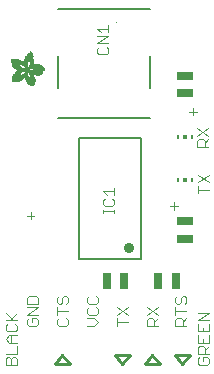
<source format=gbr>
G04 EAGLE Gerber RS-274X export*
G75*
%MOMM*%
%FSLAX34Y34*%
%LPD*%
%INSilkscreen Top*%
%IPPOS*%
%AMOC8*
5,1,8,0,0,1.08239X$1,22.5*%
G01*
%ADD10C,0.254000*%
%ADD11C,0.076200*%
%ADD12C,0.101600*%
%ADD13C,0.127000*%
%ADD14C,0.203200*%
%ADD15C,0.884400*%
%ADD16R,0.150000X0.300000*%
%ADD17R,0.300000X0.300000*%
%ADD18R,1.400000X0.650000*%
%ADD19R,0.650000X1.400000*%
%ADD20R,0.063400X0.002600*%
%ADD21R,0.099000X0.002400*%
%ADD22R,0.124400X0.002600*%
%ADD23R,0.144800X0.002400*%
%ADD24R,0.162600X0.002400*%
%ADD25R,0.180200X0.002600*%
%ADD26R,0.193000X0.002400*%
%ADD27R,0.208200X0.002600*%
%ADD28R,0.221000X0.002400*%
%ADD29R,0.233600X0.002400*%
%ADD30R,0.246200X0.002600*%
%ADD31R,0.256600X0.002400*%
%ADD32R,0.266600X0.002600*%
%ADD33R,0.276800X0.002400*%
%ADD34R,0.287000X0.002400*%
%ADD35R,0.297200X0.002600*%
%ADD36R,0.304800X0.002400*%
%ADD37R,0.315000X0.002600*%
%ADD38R,0.322600X0.002400*%
%ADD39R,0.332800X0.002400*%
%ADD40R,0.340400X0.002600*%
%ADD41R,0.350400X0.002400*%
%ADD42R,0.355600X0.002600*%
%ADD43R,0.363200X0.002400*%
%ADD44R,0.370800X0.002400*%
%ADD45R,0.378400X0.002600*%
%ADD46R,0.386000X0.002400*%
%ADD47R,0.391000X0.002600*%
%ADD48R,0.398800X0.002400*%
%ADD49R,0.406400X0.002400*%
%ADD50R,0.411400X0.002600*%
%ADD51R,0.419000X0.002400*%
%ADD52R,0.426600X0.002600*%
%ADD53R,0.431800X0.002400*%
%ADD54R,0.436800X0.002400*%
%ADD55R,0.442000X0.002600*%
%ADD56R,0.447000X0.002400*%
%ADD57R,0.454600X0.002600*%
%ADD58R,0.459600X0.002400*%
%ADD59R,0.467400X0.002400*%
%ADD60R,0.469800X0.002600*%
%ADD61R,0.475000X0.002400*%
%ADD62R,0.482600X0.002600*%
%ADD63R,0.485000X0.002400*%
%ADD64R,0.490200X0.002400*%
%ADD65R,0.495200X0.002600*%
%ADD66R,0.503000X0.002400*%
%ADD67R,0.505400X0.002600*%
%ADD68R,0.510400X0.002400*%
%ADD69R,0.515600X0.002400*%
%ADD70R,0.518000X0.002600*%
%ADD71R,0.523200X0.002400*%
%ADD72R,0.525800X0.002600*%
%ADD73R,0.533400X0.002400*%
%ADD74R,0.538400X0.002400*%
%ADD75R,0.541000X0.002600*%
%ADD76R,0.546000X0.002400*%
%ADD77R,0.548600X0.002600*%
%ADD78R,0.553600X0.002400*%
%ADD79R,0.558800X0.002400*%
%ADD80R,0.561400X0.002600*%
%ADD81R,0.566400X0.002400*%
%ADD82R,0.568800X0.002600*%
%ADD83R,0.574000X0.002400*%
%ADD84R,0.576600X0.002400*%
%ADD85R,0.581600X0.002600*%
%ADD86R,0.584200X0.002400*%
%ADD87R,0.589200X0.002600*%
%ADD88R,0.591800X0.002400*%
%ADD89R,0.596800X0.002400*%
%ADD90R,0.599400X0.002600*%
%ADD91R,0.604400X0.002400*%
%ADD92R,0.604400X0.002600*%
%ADD93R,0.609600X0.002400*%
%ADD94R,0.612200X0.002400*%
%ADD95R,0.617200X0.002600*%
%ADD96R,0.619800X0.002400*%
%ADD97R,0.622200X0.002600*%
%ADD98R,0.627200X0.002400*%
%ADD99R,0.632400X0.002600*%
%ADD100R,0.635000X0.002400*%
%ADD101R,0.640000X0.002600*%
%ADD102R,0.642600X0.002400*%
%ADD103R,0.645000X0.002400*%
%ADD104R,0.647600X0.002600*%
%ADD105R,0.650200X0.002400*%
%ADD106R,0.655200X0.002600*%
%ADD107R,0.657800X0.002400*%
%ADD108R,0.662800X0.002600*%
%ADD109R,0.665400X0.002400*%
%ADD110R,0.668000X0.002600*%
%ADD111R,0.670600X0.002400*%
%ADD112R,0.673000X0.002400*%
%ADD113R,0.678200X0.002600*%
%ADD114R,0.680600X0.002400*%
%ADD115R,0.680600X0.002600*%
%ADD116R,0.685800X0.002400*%
%ADD117R,0.688400X0.002400*%
%ADD118R,0.688400X0.002600*%
%ADD119R,0.693400X0.002400*%
%ADD120R,0.696000X0.002600*%
%ADD121R,0.698400X0.002400*%
%ADD122R,0.703400X0.002600*%
%ADD123R,0.706000X0.002400*%
%ADD124R,0.706000X0.002600*%
%ADD125R,0.711200X0.002400*%
%ADD126R,0.713800X0.002400*%
%ADD127R,0.713800X0.002600*%
%ADD128R,0.716200X0.002400*%
%ADD129R,0.721200X0.002600*%
%ADD130R,0.721200X0.002400*%
%ADD131R,0.723800X0.002400*%
%ADD132R,0.723800X0.002600*%
%ADD133R,0.729000X0.002400*%
%ADD134R,0.731600X0.002600*%
%ADD135R,0.731600X0.002400*%
%ADD136R,0.734000X0.002400*%
%ADD137R,0.736600X0.002600*%
%ADD138R,0.739000X0.002400*%
%ADD139R,0.741600X0.002600*%
%ADD140R,0.741600X0.002400*%
%ADD141R,0.744200X0.002400*%
%ADD142R,0.746600X0.002600*%
%ADD143R,0.749200X0.002400*%
%ADD144R,0.751800X0.002600*%
%ADD145R,0.751800X0.002400*%
%ADD146R,0.754200X0.002400*%
%ADD147R,0.756800X0.002600*%
%ADD148R,0.759400X0.002400*%
%ADD149R,0.759400X0.002600*%
%ADD150R,0.762000X0.002400*%
%ADD151R,0.764600X0.002400*%
%ADD152R,0.764600X0.002600*%
%ADD153R,0.767000X0.002400*%
%ADD154R,0.769600X0.002600*%
%ADD155R,0.772000X0.002400*%
%ADD156R,0.774600X0.002600*%
%ADD157R,0.774600X0.002400*%
%ADD158R,0.777200X0.002600*%
%ADD159R,0.777200X0.002400*%
%ADD160R,0.205600X0.002400*%
%ADD161R,0.779800X0.002400*%
%ADD162R,0.309800X0.002600*%
%ADD163R,0.782400X0.002600*%
%ADD164R,0.381000X0.002400*%
%ADD165R,0.784800X0.002400*%
%ADD166R,0.409000X0.002600*%
%ADD167R,0.784800X0.002600*%
%ADD168R,0.787400X0.002400*%
%ADD169R,0.452000X0.002400*%
%ADD170R,0.790000X0.002600*%
%ADD171R,0.487600X0.002400*%
%ADD172R,0.790000X0.002400*%
%ADD173R,0.502800X0.002600*%
%ADD174R,0.792400X0.002600*%
%ADD175R,0.518000X0.002400*%
%ADD176R,0.792400X0.002400*%
%ADD177R,0.530800X0.002400*%
%ADD178R,0.795000X0.002400*%
%ADD179R,0.795000X0.002600*%
%ADD180R,0.797600X0.002400*%
%ADD181R,0.563800X0.002600*%
%ADD182R,0.797600X0.002600*%
%ADD183R,0.800000X0.002400*%
%ADD184R,0.586600X0.002400*%
%ADD185R,0.596800X0.002600*%
%ADD186R,0.802600X0.002600*%
%ADD187R,0.604600X0.002400*%
%ADD188R,0.805200X0.002400*%
%ADD189R,0.612200X0.002600*%
%ADD190R,0.807600X0.002600*%
%ADD191R,0.622200X0.002400*%
%ADD192R,0.807600X0.002400*%
%ADD193R,0.630000X0.002400*%
%ADD194R,0.810200X0.002400*%
%ADD195R,0.637600X0.002600*%
%ADD196R,0.810200X0.002600*%
%ADD197R,0.647600X0.002400*%
%ADD198R,0.812800X0.002400*%
%ADD199R,0.652800X0.002600*%
%ADD200R,0.812800X0.002600*%
%ADD201R,0.815200X0.002400*%
%ADD202R,0.673000X0.002600*%
%ADD203R,0.815200X0.002600*%
%ADD204R,0.817800X0.002400*%
%ADD205R,0.683200X0.002600*%
%ADD206R,0.817800X0.002600*%
%ADD207R,0.690800X0.002400*%
%ADD208R,0.820400X0.002400*%
%ADD209R,0.696000X0.002400*%
%ADD210R,0.703600X0.002600*%
%ADD211R,0.820400X0.002600*%
%ADD212R,0.708600X0.002400*%
%ADD213R,0.823000X0.002400*%
%ADD214R,0.728800X0.002600*%
%ADD215R,0.825400X0.002600*%
%ADD216R,0.825400X0.002400*%
%ADD217R,0.739000X0.002600*%
%ADD218R,0.828000X0.002600*%
%ADD219R,0.828000X0.002400*%
%ADD220R,0.749200X0.002600*%
%ADD221R,0.830600X0.002600*%
%ADD222R,0.754400X0.002400*%
%ADD223R,0.830600X0.002400*%
%ADD224R,0.833200X0.002600*%
%ADD225R,0.764400X0.002400*%
%ADD226R,0.833200X0.002400*%
%ADD227R,0.835600X0.002600*%
%ADD228R,0.833000X0.002400*%
%ADD229R,0.782400X0.002400*%
%ADD230R,0.835600X0.002400*%
%ADD231R,0.787400X0.002600*%
%ADD232R,0.838200X0.002600*%
%ADD233R,0.789800X0.002400*%
%ADD234R,0.838200X0.002400*%
%ADD235R,0.840600X0.002600*%
%ADD236R,0.797400X0.002400*%
%ADD237R,0.840600X0.002400*%
%ADD238R,0.805200X0.002600*%
%ADD239R,0.840800X0.002600*%
%ADD240R,0.840800X0.002400*%
%ADD241R,0.843200X0.002600*%
%ADD242R,0.843200X0.002400*%
%ADD243R,0.815400X0.002400*%
%ADD244R,0.845800X0.002600*%
%ADD245R,0.845800X0.002400*%
%ADD246R,0.830400X0.002600*%
%ADD247R,0.848200X0.002600*%
%ADD248R,0.848200X0.002400*%
%ADD249R,0.848400X0.002400*%
%ADD250R,0.848400X0.002600*%
%ADD251R,0.850800X0.002400*%
%ADD252R,0.853400X0.002600*%
%ADD253R,0.850800X0.002600*%
%ADD254R,0.856000X0.002400*%
%ADD255R,0.861000X0.002600*%
%ADD256R,0.863600X0.002400*%
%ADD257R,0.866000X0.002600*%
%ADD258R,0.868600X0.002400*%
%ADD259R,0.871200X0.002600*%
%ADD260R,0.873600X0.002400*%
%ADD261R,0.853400X0.002400*%
%ADD262R,0.876200X0.002400*%
%ADD263R,0.876200X0.002600*%
%ADD264R,0.881400X0.002400*%
%ADD265R,0.883800X0.002600*%
%ADD266R,0.886400X0.002400*%
%ADD267R,0.889000X0.002400*%
%ADD268R,0.891600X0.002600*%
%ADD269R,0.891400X0.002400*%
%ADD270R,0.894000X0.002600*%
%ADD271R,0.896600X0.002400*%
%ADD272R,0.899000X0.002400*%
%ADD273R,0.901600X0.002600*%
%ADD274R,0.856000X0.002600*%
%ADD275R,0.904200X0.002400*%
%ADD276R,0.904200X0.002600*%
%ADD277R,0.909200X0.002400*%
%ADD278R,0.911800X0.002400*%
%ADD279R,0.914400X0.002600*%
%ADD280R,0.916800X0.002400*%
%ADD281R,0.919400X0.002600*%
%ADD282R,0.919400X0.002400*%
%ADD283R,0.922000X0.002400*%
%ADD284R,0.924600X0.002600*%
%ADD285R,0.927000X0.002400*%
%ADD286R,0.929600X0.002600*%
%ADD287R,0.932200X0.002400*%
%ADD288R,0.934600X0.002600*%
%ADD289R,0.937200X0.002400*%
%ADD290R,0.939800X0.002600*%
%ADD291R,0.942200X0.002400*%
%ADD292R,0.942400X0.002400*%
%ADD293R,0.944800X0.002600*%
%ADD294R,0.947400X0.002400*%
%ADD295R,0.950000X0.002600*%
%ADD296R,0.952400X0.002400*%
%ADD297R,0.955000X0.002400*%
%ADD298R,0.952400X0.002600*%
%ADD299R,0.957400X0.002600*%
%ADD300R,0.365600X0.002600*%
%ADD301R,0.462200X0.002600*%
%ADD302R,0.960000X0.002400*%
%ADD303R,0.358000X0.002400*%
%ADD304R,0.454600X0.002400*%
%ADD305R,0.962600X0.002400*%
%ADD306R,0.353000X0.002400*%
%ADD307R,0.452200X0.002400*%
%ADD308R,0.965200X0.002600*%
%ADD309R,0.350400X0.002600*%
%ADD310R,0.447000X0.002600*%
%ADD311R,0.965200X0.002400*%
%ADD312R,0.348000X0.002400*%
%ADD313R,0.444400X0.002400*%
%ADD314R,0.967600X0.002600*%
%ADD315R,0.345400X0.002600*%
%ADD316R,0.439400X0.002600*%
%ADD317R,0.970200X0.002400*%
%ADD318R,0.342800X0.002400*%
%ADD319R,0.340200X0.002400*%
%ADD320R,0.972800X0.002600*%
%ADD321R,0.337800X0.002600*%
%ADD322R,0.429200X0.002600*%
%ADD323R,0.972800X0.002400*%
%ADD324R,0.335200X0.002400*%
%ADD325R,0.429200X0.002400*%
%ADD326R,0.975400X0.002600*%
%ADD327R,0.332600X0.002600*%
%ADD328R,0.424200X0.002600*%
%ADD329R,0.977800X0.002400*%
%ADD330R,0.424200X0.002400*%
%ADD331R,0.980400X0.002600*%
%ADD332R,0.330200X0.002600*%
%ADD333R,0.419000X0.002600*%
%ADD334R,0.980400X0.002400*%
%ADD335R,0.327600X0.002400*%
%ADD336R,0.414000X0.002400*%
%ADD337R,0.983000X0.002600*%
%ADD338R,0.327600X0.002600*%
%ADD339R,0.414000X0.002600*%
%ADD340R,0.983000X0.002400*%
%ADD341R,0.325000X0.002400*%
%ADD342R,0.985400X0.002400*%
%ADD343R,0.409000X0.002400*%
%ADD344R,0.988000X0.002600*%
%ADD345R,0.322600X0.002600*%
%ADD346R,0.322400X0.002400*%
%ADD347R,0.320000X0.002600*%
%ADD348R,0.403800X0.002600*%
%ADD349R,0.990600X0.002400*%
%ADD350R,0.317400X0.002400*%
%ADD351R,0.401200X0.002400*%
%ADD352R,0.990600X0.002600*%
%ADD353R,0.317400X0.002600*%
%ADD354R,0.398800X0.002600*%
%ADD355R,0.315000X0.002400*%
%ADD356R,0.396200X0.002400*%
%ADD357R,0.993000X0.002600*%
%ADD358R,0.393600X0.002600*%
%ADD359R,0.993000X0.002400*%
%ADD360R,0.312400X0.002400*%
%ADD361R,0.393600X0.002400*%
%ADD362R,0.312400X0.002600*%
%ADD363R,0.391200X0.002600*%
%ADD364R,0.309800X0.002400*%
%ADD365R,0.388600X0.002400*%
%ADD366R,1.305600X0.002600*%
%ADD367R,0.386000X0.002600*%
%ADD368R,1.300400X0.002400*%
%ADD369R,1.298000X0.002400*%
%ADD370R,0.383400X0.002400*%
%ADD371R,1.298000X0.002600*%
%ADD372R,0.383400X0.002600*%
%ADD373R,1.295400X0.002400*%
%ADD374R,1.292800X0.002600*%
%ADD375R,0.381000X0.002600*%
%ADD376R,1.290200X0.002400*%
%ADD377R,0.378400X0.002400*%
%ADD378R,1.285200X0.002600*%
%ADD379R,1.285200X0.002400*%
%ADD380R,0.373400X0.002400*%
%ADD381R,1.282600X0.002600*%
%ADD382R,0.373400X0.002600*%
%ADD383R,1.282600X0.002400*%
%ADD384R,1.277600X0.002400*%
%ADD385R,1.277600X0.002600*%
%ADD386R,0.368200X0.002600*%
%ADD387R,1.275000X0.002400*%
%ADD388R,0.368200X0.002400*%
%ADD389R,1.272400X0.002600*%
%ADD390R,0.365800X0.002600*%
%ADD391R,1.270000X0.002400*%
%ADD392R,0.365800X0.002400*%
%ADD393R,1.265000X0.002600*%
%ADD394R,0.363200X0.002600*%
%ADD395R,1.265000X0.002400*%
%ADD396R,1.262400X0.002600*%
%ADD397R,0.360600X0.002600*%
%ADD398R,1.259800X0.002400*%
%ADD399R,0.360600X0.002400*%
%ADD400R,1.257200X0.002400*%
%ADD401R,1.257200X0.002600*%
%ADD402R,0.358000X0.002600*%
%ADD403R,1.254800X0.002400*%
%ADD404R,0.355600X0.002400*%
%ADD405R,1.252200X0.002600*%
%ADD406R,1.252200X0.002400*%
%ADD407R,1.247000X0.002400*%
%ADD408R,1.247000X0.002600*%
%ADD409R,0.353000X0.002600*%
%ADD410R,1.242000X0.002600*%
%ADD411R,1.242000X0.002400*%
%ADD412R,1.239400X0.002400*%
%ADD413R,1.237000X0.002600*%
%ADD414R,0.347800X0.002600*%
%ADD415R,1.237000X0.002400*%
%ADD416R,0.347800X0.002400*%
%ADD417R,1.231800X0.002600*%
%ADD418R,1.231800X0.002400*%
%ADD419R,0.345400X0.002400*%
%ADD420R,1.226800X0.002600*%
%ADD421R,1.226800X0.002400*%
%ADD422R,1.224200X0.002600*%
%ADD423R,0.342800X0.002600*%
%ADD424R,1.221600X0.002400*%
%ADD425R,0.340400X0.002400*%
%ADD426R,1.219200X0.002600*%
%ADD427R,1.216600X0.002400*%
%ADD428R,0.337800X0.002400*%
%ADD429R,1.214200X0.002600*%
%ADD430R,1.214200X0.002400*%
%ADD431R,1.209000X0.002400*%
%ADD432R,1.209000X0.002600*%
%ADD433R,0.335200X0.002600*%
%ADD434R,1.206400X0.002600*%
%ADD435R,0.652800X0.002400*%
%ADD436R,0.083800X0.002400*%
%ADD437R,0.505400X0.002400*%
%ADD438R,0.134600X0.002400*%
%ADD439R,0.497800X0.002600*%
%ADD440R,0.332800X0.002600*%
%ADD441R,0.167600X0.002600*%
%ADD442R,0.632400X0.002400*%
%ADD443R,0.330200X0.002400*%
%ADD444R,0.195400X0.002400*%
%ADD445R,0.629800X0.002600*%
%ADD446R,0.223400X0.002600*%
%ADD447R,0.624800X0.002400*%
%ADD448R,0.474800X0.002400*%
%ADD449R,0.246400X0.002400*%
%ADD450R,0.469800X0.002400*%
%ADD451R,0.264000X0.002400*%
%ADD452R,0.619600X0.002600*%
%ADD453R,0.284400X0.002600*%
%ADD454R,0.617200X0.002400*%
%ADD455R,0.457200X0.002400*%
%ADD456R,0.302200X0.002400*%
%ADD457R,0.614600X0.002600*%
%ADD458R,0.452000X0.002600*%
%ADD459R,0.325000X0.002600*%
%ADD460R,0.439400X0.002400*%
%ADD461R,0.609600X0.002600*%
%ADD462R,0.434400X0.002600*%
%ADD463R,0.322400X0.002600*%
%ADD464R,0.602000X0.002400*%
%ADD465R,0.416400X0.002400*%
%ADD466R,0.599400X0.002400*%
%ADD467R,0.408800X0.002400*%
%ADD468R,0.320000X0.002400*%
%ADD469R,0.441800X0.002400*%
%ADD470R,0.401200X0.002600*%
%ADD471R,0.464800X0.002400*%
%ADD472R,0.594200X0.002400*%
%ADD473R,0.591800X0.002600*%
%ADD474R,0.487600X0.002600*%
%ADD475R,0.594400X0.002400*%
%ADD476R,0.495200X0.002400*%
%ADD477R,0.508000X0.002600*%
%ADD478R,0.518200X0.002400*%
%ADD479R,0.589200X0.002400*%
%ADD480R,0.375800X0.002400*%
%ADD481R,0.528400X0.002400*%
%ADD482R,0.370800X0.002600*%
%ADD483R,0.538400X0.002600*%
%ADD484R,0.586600X0.002600*%
%ADD485R,0.556200X0.002600*%
%ADD486R,0.314800X0.002400*%
%ADD487R,0.586800X0.002600*%
%ADD488R,0.584200X0.002600*%
%ADD489R,0.602000X0.002600*%
%ADD490R,0.581600X0.002400*%
%ADD491R,0.619600X0.002400*%
%ADD492R,0.627400X0.002600*%
%ADD493R,0.307200X0.002600*%
%ADD494R,0.642600X0.002600*%
%ADD495R,0.579200X0.002400*%
%ADD496R,0.307400X0.002400*%
%ADD497R,0.579000X0.002600*%
%ADD498R,0.307400X0.002600*%
%ADD499R,0.665400X0.002600*%
%ADD500R,0.307200X0.002400*%
%ADD501R,0.314800X0.002600*%
%ADD502R,0.304800X0.002600*%
%ADD503R,0.576400X0.002400*%
%ADD504R,0.576600X0.002600*%
%ADD505R,0.713600X0.002400*%
%ADD506R,0.574000X0.002600*%
%ADD507R,0.302200X0.002600*%
%ADD508R,0.721400X0.002600*%
%ADD509R,0.299600X0.002400*%
%ADD510R,0.297200X0.002400*%
%ADD511R,0.736600X0.002400*%
%ADD512R,0.292000X0.002600*%
%ADD513R,0.289600X0.002400*%
%ADD514R,0.746800X0.002400*%
%ADD515R,0.571400X0.002600*%
%ADD516R,0.287000X0.002600*%
%ADD517R,0.299800X0.002600*%
%ADD518R,0.754400X0.002600*%
%ADD519R,0.284400X0.002400*%
%ADD520R,1.061800X0.002400*%
%ADD521R,0.571400X0.002400*%
%ADD522R,0.282000X0.002400*%
%ADD523R,1.066800X0.002400*%
%ADD524R,0.279400X0.002600*%
%ADD525R,1.066800X0.002600*%
%ADD526R,1.071800X0.002400*%
%ADD527R,0.274200X0.002600*%
%ADD528R,1.074400X0.002600*%
%ADD529R,0.274200X0.002400*%
%ADD530R,1.076800X0.002400*%
%ADD531R,0.569000X0.002400*%
%ADD532R,0.271800X0.002400*%
%ADD533R,1.079400X0.002400*%
%ADD534R,0.269200X0.002600*%
%ADD535R,1.082000X0.002600*%
%ADD536R,0.266600X0.002400*%
%ADD537R,1.087000X0.002400*%
%ADD538R,0.569000X0.002600*%
%ADD539R,0.264200X0.002600*%
%ADD540R,1.087000X0.002600*%
%ADD541R,0.568800X0.002400*%
%ADD542R,0.261600X0.002400*%
%ADD543R,1.092200X0.002400*%
%ADD544R,0.259000X0.002400*%
%ADD545R,1.094800X0.002400*%
%ADD546R,0.566400X0.002600*%
%ADD547R,0.256600X0.002600*%
%ADD548R,1.097200X0.002600*%
%ADD549R,1.099800X0.002400*%
%ADD550R,0.254000X0.002600*%
%ADD551R,1.104800X0.002600*%
%ADD552R,0.251400X0.002400*%
%ADD553R,1.104800X0.002400*%
%ADD554R,0.248800X0.002400*%
%ADD555R,1.110000X0.002400*%
%ADD556R,0.246400X0.002600*%
%ADD557R,1.112400X0.002600*%
%ADD558R,1.115000X0.002400*%
%ADD559R,1.117600X0.002600*%
%ADD560R,0.563800X0.002400*%
%ADD561R,0.243800X0.002400*%
%ADD562R,1.122600X0.002400*%
%ADD563R,0.241200X0.002400*%
%ADD564R,0.241200X0.002600*%
%ADD565R,1.127800X0.002600*%
%ADD566R,0.238600X0.002400*%
%ADD567R,1.130200X0.002400*%
%ADD568R,0.236200X0.002600*%
%ADD569R,1.132800X0.002600*%
%ADD570R,0.561400X0.002400*%
%ADD571R,1.137800X0.002400*%
%ADD572R,0.561200X0.002400*%
%ADD573R,0.561200X0.002600*%
%ADD574R,0.233600X0.002600*%
%ADD575R,1.143000X0.002600*%
%ADD576R,0.231200X0.002400*%
%ADD577R,1.145600X0.002400*%
%ADD578R,0.231200X0.002600*%
%ADD579R,1.148000X0.002600*%
%ADD580R,0.228600X0.002400*%
%ADD581R,1.153200X0.002400*%
%ADD582R,0.226000X0.002400*%
%ADD583R,0.558800X0.002600*%
%ADD584R,0.228600X0.002600*%
%ADD585R,1.158200X0.002600*%
%ADD586R,1.160800X0.002400*%
%ADD587R,1.165800X0.002600*%
%ADD588R,0.223400X0.002400*%
%ADD589R,1.168400X0.002400*%
%ADD590R,1.171000X0.002400*%
%ADD591R,1.176000X0.002600*%
%ADD592R,0.220800X0.002400*%
%ADD593R,1.176000X0.002400*%
%ADD594R,0.221000X0.002600*%
%ADD595R,1.181000X0.002600*%
%ADD596R,1.186200X0.002400*%
%ADD597R,0.218400X0.002400*%
%ADD598R,1.188600X0.002400*%
%ADD599R,1.193800X0.002600*%
%ADD600R,1.196200X0.002400*%
%ADD601R,1.201400X0.002600*%
%ADD602R,0.556200X0.002400*%
%ADD603R,1.206400X0.002400*%
%ADD604R,0.218400X0.002600*%
%ADD605R,1.221600X0.002600*%
%ADD606R,0.553800X0.002400*%
%ADD607R,0.223600X0.002400*%
%ADD608R,0.553600X0.002600*%
%ADD609R,0.226000X0.002600*%
%ADD610R,0.551200X0.002600*%
%ADD611R,0.231000X0.002600*%
%ADD612R,1.249600X0.002600*%
%ADD613R,0.551200X0.002400*%
%ADD614R,0.236200X0.002400*%
%ADD615R,1.513800X0.002400*%
%ADD616R,1.513800X0.002600*%
%ADD617R,0.551000X0.002400*%
%ADD618R,1.516200X0.002600*%
%ADD619R,1.516400X0.002400*%
%ADD620R,0.551000X0.002600*%
%ADD621R,1.518800X0.002600*%
%ADD622R,1.519000X0.002400*%
%ADD623R,1.519000X0.002600*%
%ADD624R,1.521400X0.002400*%
%ADD625R,1.521400X0.002600*%
%ADD626R,1.524000X0.002400*%
%ADD627R,1.524000X0.002600*%
%ADD628R,1.526400X0.002400*%
%ADD629R,1.526600X0.002600*%
%ADD630R,1.529000X0.002400*%
%ADD631R,1.529000X0.002600*%
%ADD632R,1.531600X0.002400*%
%ADD633R,1.534200X0.002600*%
%ADD634R,1.536600X0.002400*%
%ADD635R,1.539200X0.002600*%
%ADD636R,1.541800X0.002400*%
%ADD637R,1.544200X0.002600*%
%ADD638R,1.549400X0.002400*%
%ADD639R,1.549400X0.002600*%
%ADD640R,1.554400X0.002400*%
%ADD641R,1.557000X0.002400*%
%ADD642R,0.594400X0.002600*%
%ADD643R,1.559400X0.002600*%
%ADD644R,1.564600X0.002400*%
%ADD645R,0.604600X0.002600*%
%ADD646R,1.567200X0.002600*%
%ADD647R,1.572200X0.002400*%
%ADD648R,0.614600X0.002400*%
%ADD649R,1.577200X0.002400*%
%ADD650R,0.525800X0.002400*%
%ADD651R,0.906800X0.002400*%
%ADD652R,1.168400X0.002600*%
%ADD653R,0.889000X0.002600*%
%ADD654R,1.155600X0.002400*%
%ADD655R,1.143000X0.002400*%
%ADD656R,0.866200X0.002400*%
%ADD657R,1.130200X0.002600*%
%ADD658R,1.120000X0.002400*%
%ADD659R,1.110000X0.002600*%
%ADD660R,1.084600X0.002600*%
%ADD661R,1.071800X0.002600*%
%ADD662R,1.064200X0.002400*%
%ADD663R,0.807800X0.002400*%
%ADD664R,1.059200X0.002400*%
%ADD665R,0.802600X0.002400*%
%ADD666R,1.054000X0.002600*%
%ADD667R,0.800000X0.002600*%
%ADD668R,1.049000X0.002400*%
%ADD669R,1.046400X0.002600*%
%ADD670R,1.041400X0.002400*%
%ADD671R,1.038800X0.002400*%
%ADD672R,1.033800X0.002600*%
%ADD673R,1.031200X0.002400*%
%ADD674R,1.028600X0.002600*%
%ADD675R,1.026000X0.002400*%
%ADD676R,0.782200X0.002400*%
%ADD677R,1.026200X0.002400*%
%ADD678R,1.023600X0.002600*%
%ADD679R,0.782200X0.002600*%
%ADD680R,1.021000X0.002400*%
%ADD681R,1.021000X0.002600*%
%ADD682R,1.018400X0.002400*%
%ADD683R,1.018400X0.002600*%
%ADD684R,1.023600X0.002400*%
%ADD685R,1.026200X0.002600*%
%ADD686R,1.028600X0.002400*%
%ADD687R,1.033600X0.002600*%
%ADD688R,0.797400X0.002600*%
%ADD689R,1.033600X0.002400*%
%ADD690R,1.036200X0.002600*%
%ADD691R,1.046400X0.002400*%
%ADD692R,1.049000X0.002600*%
%ADD693R,1.054000X0.002400*%
%ADD694R,1.056600X0.002600*%
%ADD695R,1.061600X0.002400*%
%ADD696R,0.822800X0.002400*%
%ADD697R,1.097200X0.002400*%
%ADD698R,0.858400X0.002600*%
%ADD699R,1.122600X0.002600*%
%ADD700R,0.878800X0.002400*%
%ADD701R,1.140400X0.002400*%
%ADD702R,0.883800X0.002400*%
%ADD703R,0.901600X0.002400*%
%ADD704R,1.170800X0.002600*%
%ADD705R,0.909200X0.002600*%
%ADD706R,1.181000X0.002400*%
%ADD707R,1.196400X0.002400*%
%ADD708R,0.929600X0.002400*%
%ADD709R,1.221800X0.002400*%
%ADD710R,0.949800X0.002400*%
%ADD711R,0.962600X0.002600*%
%ADD712R,0.975400X0.002400*%
%ADD713R,1.272400X0.002400*%
%ADD714R,1.290400X0.002600*%
%ADD715R,1.008200X0.002600*%
%ADD716R,1.318200X0.002400*%
%ADD717R,1.361400X0.002600*%
%ADD718R,2.491600X0.002400*%
%ADD719R,2.494200X0.002400*%
%ADD720R,2.499400X0.002600*%
%ADD721R,2.501800X0.002400*%
%ADD722R,2.504400X0.002600*%
%ADD723R,2.509400X0.002400*%
%ADD724R,2.512000X0.002400*%
%ADD725R,2.517200X0.002600*%
%ADD726R,2.519600X0.002400*%
%ADD727R,2.524800X0.002600*%
%ADD728R,2.527200X0.002400*%
%ADD729R,2.529800X0.002400*%
%ADD730R,2.535000X0.002600*%
%ADD731R,1.673800X0.002400*%
%ADD732R,1.661200X0.002600*%
%ADD733R,1.653400X0.002400*%
%ADD734R,1.645800X0.002400*%
%ADD735R,1.638200X0.002600*%
%ADD736R,1.635800X0.002400*%
%ADD737R,0.779800X0.002600*%
%ADD738R,1.630600X0.002600*%
%ADD739R,1.625600X0.002400*%
%ADD740R,0.772200X0.002400*%
%ADD741R,1.620400X0.002400*%
%ADD742R,1.618000X0.002600*%
%ADD743R,1.612800X0.002400*%
%ADD744R,0.764400X0.002600*%
%ADD745R,1.610200X0.002600*%
%ADD746R,1.607800X0.002400*%
%ADD747R,1.602600X0.002400*%
%ADD748R,0.757000X0.002600*%
%ADD749R,1.600200X0.002600*%
%ADD750R,1.597600X0.002400*%
%ADD751R,1.595000X0.002600*%
%ADD752R,1.592600X0.002400*%
%ADD753R,1.590000X0.002400*%
%ADD754R,0.746800X0.002600*%
%ADD755R,1.587400X0.002600*%
%ADD756R,1.585000X0.002400*%
%ADD757R,0.744200X0.002600*%
%ADD758R,1.582400X0.002600*%
%ADD759R,1.579800X0.002400*%
%ADD760R,1.577200X0.002600*%
%ADD761R,1.574800X0.002400*%
%ADD762R,0.734000X0.002600*%
%ADD763R,1.574800X0.002600*%
%ADD764R,1.338600X0.002400*%
%ADD765R,0.731400X0.002400*%
%ADD766R,1.323200X0.002400*%
%ADD767R,0.731400X0.002600*%
%ADD768R,0.213200X0.002600*%
%ADD769R,1.315600X0.002600*%
%ADD770R,0.210800X0.002400*%
%ADD771R,1.308000X0.002400*%
%ADD772R,0.726400X0.002600*%
%ADD773R,0.210800X0.002600*%
%ADD774R,1.300400X0.002600*%
%ADD775R,0.721400X0.002400*%
%ADD776R,0.208200X0.002400*%
%ADD777R,0.718800X0.002400*%
%ADD778R,0.716200X0.002600*%
%ADD779R,1.267400X0.002400*%
%ADD780R,0.713600X0.002600*%
%ADD781R,1.254800X0.002600*%
%ADD782R,1.249600X0.002400*%
%ADD783R,0.711200X0.002600*%
%ADD784R,1.244600X0.002600*%
%ADD785R,0.706200X0.002400*%
%ADD786R,0.213400X0.002400*%
%ADD787R,0.213200X0.002400*%
%ADD788R,0.215800X0.002600*%
%ADD789R,1.221800X0.002600*%
%ADD790R,0.701000X0.002400*%
%ADD791R,0.215800X0.002400*%
%ADD792R,1.219200X0.002400*%
%ADD793R,1.214000X0.002400*%
%ADD794R,0.701000X0.002600*%
%ADD795R,0.223600X0.002600*%
%ADD796R,1.198800X0.002600*%
%ADD797R,0.695800X0.002400*%
%ADD798R,1.193800X0.002400*%
%ADD799R,1.188800X0.002400*%
%ADD800R,0.695800X0.002600*%
%ADD801R,1.186200X0.002600*%
%ADD802R,0.690800X0.002600*%
%ADD803R,1.178400X0.002600*%
%ADD804R,0.238800X0.002400*%
%ADD805R,1.173400X0.002400*%
%ADD806R,0.688200X0.002400*%
%ADD807R,0.688200X0.002600*%
%ADD808R,1.163200X0.002600*%
%ADD809R,1.158200X0.002400*%
%ADD810R,0.685800X0.002600*%
%ADD811R,1.155600X0.002600*%
%ADD812R,1.150600X0.002400*%
%ADD813R,0.683200X0.002400*%
%ADD814R,1.145400X0.002400*%
%ADD815R,0.256400X0.002400*%
%ADD816R,1.135400X0.002400*%
%ADD817R,0.261600X0.002600*%
%ADD818R,1.127600X0.002400*%
%ADD819R,1.125200X0.002400*%
%ADD820R,1.120000X0.002600*%
%ADD821R,0.678200X0.002400*%
%ADD822R,1.107400X0.002400*%
%ADD823R,0.675600X0.002400*%
%ADD824R,1.102200X0.002400*%
%ADD825R,1.099800X0.002600*%
%ADD826R,0.675600X0.002600*%
%ADD827R,1.089600X0.002600*%
%ADD828R,0.294600X0.002400*%
%ADD829R,1.084400X0.002400*%
%ADD830R,1.082000X0.002400*%
%ADD831R,1.076800X0.002600*%
%ADD832R,1.069200X0.002600*%
%ADD833R,1.051400X0.002400*%
%ADD834R,0.670400X0.002400*%
%ADD835R,0.670600X0.002600*%
%ADD836R,1.031200X0.002600*%
%ADD837R,0.670400X0.002600*%
%ADD838R,1.016000X0.002400*%
%ADD839R,1.010800X0.002600*%
%ADD840R,0.376000X0.002400*%
%ADD841R,1.005800X0.002400*%
%ADD842R,1.000800X0.002600*%
%ADD843R,0.998200X0.002400*%
%ADD844R,0.391200X0.002400*%
%ADD845R,0.396200X0.002600*%
%ADD846R,0.401400X0.002400*%
%ADD847R,0.406400X0.002600*%
%ADD848R,0.977800X0.002600*%
%ADD849R,0.421600X0.002400*%
%ADD850R,0.955000X0.002600*%
%ADD851R,0.950000X0.002400*%
%ADD852R,0.944800X0.002400*%
%ADD853R,0.942200X0.002600*%
%ADD854R,0.467200X0.002400*%
%ADD855R,0.477400X0.002600*%
%ADD856R,0.530800X0.002600*%
%ADD857R,0.906800X0.002600*%
%ADD858R,1.325800X0.002400*%
%ADD859R,0.894000X0.002400*%
%ADD860R,1.325800X0.002600*%
%ADD861R,1.328400X0.002400*%
%ADD862R,1.328400X0.002600*%
%ADD863R,0.881400X0.002600*%
%ADD864R,1.333400X0.002400*%
%ADD865R,1.333400X0.002600*%
%ADD866R,0.863600X0.002600*%
%ADD867R,0.858400X0.002400*%
%ADD868R,1.336000X0.002600*%
%ADD869R,1.338600X0.002600*%
%ADD870R,0.833000X0.002600*%
%ADD871R,1.343600X0.002400*%
%ADD872R,1.343600X0.002600*%
%ADD873R,0.365600X0.002400*%
%ADD874R,1.346200X0.002400*%
%ADD875R,1.348800X0.002600*%
%ADD876R,1.348800X0.002400*%
%ADD877R,1.351200X0.002600*%
%ADD878R,1.351200X0.002400*%
%ADD879R,0.269200X0.002400*%
%ADD880R,1.353800X0.002400*%
%ADD881R,0.249000X0.002400*%
%ADD882R,1.353800X0.002600*%
%ADD883R,0.340200X0.002600*%
%ADD884R,1.356200X0.002400*%
%ADD885R,1.358800X0.002600*%
%ADD886R,0.198200X0.002600*%
%ADD887R,1.358800X0.002400*%
%ADD888R,0.180200X0.002400*%
%ADD889R,0.157400X0.002400*%
%ADD890R,0.132000X0.002600*%
%ADD891R,1.364000X0.002400*%
%ADD892R,0.101600X0.002400*%
%ADD893R,1.364000X0.002600*%
%ADD894R,0.050800X0.002600*%
%ADD895R,1.369000X0.002400*%
%ADD896R,1.369000X0.002600*%
%ADD897R,1.371600X0.002600*%
%ADD898R,1.374200X0.002400*%
%ADD899R,1.376600X0.002600*%
%ADD900R,1.376600X0.002400*%
%ADD901R,1.379200X0.002600*%
%ADD902R,1.381800X0.002400*%
%ADD903R,1.381800X0.002600*%
%ADD904R,1.386800X0.002400*%
%ADD905R,1.386800X0.002600*%
%ADD906R,0.294600X0.002600*%
%ADD907R,1.389200X0.002400*%
%ADD908R,1.389200X0.002600*%
%ADD909R,1.394400X0.002400*%
%ADD910R,0.292000X0.002400*%
%ADD911R,1.394400X0.002600*%
%ADD912R,1.397000X0.002400*%
%ADD913R,1.397000X0.002600*%
%ADD914R,1.402000X0.002400*%
%ADD915R,1.402000X0.002600*%
%ADD916R,0.289600X0.002600*%
%ADD917R,1.404600X0.002400*%
%ADD918R,1.407000X0.002600*%
%ADD919R,1.409600X0.002400*%
%ADD920R,1.412200X0.002600*%
%ADD921R,1.412200X0.002400*%
%ADD922R,1.414800X0.002600*%
%ADD923R,1.417200X0.002400*%
%ADD924R,1.419800X0.002600*%
%ADD925R,1.419800X0.002400*%
%ADD926R,1.422400X0.002400*%
%ADD927R,1.424800X0.002600*%
%ADD928R,1.424800X0.002400*%
%ADD929R,1.051400X0.002600*%
%ADD930R,0.375800X0.002600*%
%ADD931R,1.044000X0.002400*%
%ADD932R,0.383600X0.002400*%
%ADD933R,1.041400X0.002600*%
%ADD934R,0.299600X0.002600*%
%ADD935R,1.038800X0.002600*%
%ADD936R,0.388600X0.002600*%
%ADD937R,1.036200X0.002400*%
%ADD938R,0.398600X0.002600*%
%ADD939R,0.398600X0.002400*%
%ADD940R,1.018600X0.002600*%
%ADD941R,0.403800X0.002400*%
%ADD942R,1.013400X0.002600*%
%ADD943R,1.008400X0.002400*%
%ADD944R,0.411400X0.002400*%
%ADD945R,1.005800X0.002600*%
%ADD946R,1.003200X0.002400*%
%ADD947R,0.421600X0.002600*%
%ADD948R,0.426800X0.002400*%
%ADD949R,0.995600X0.002400*%
%ADD950R,0.441800X0.002600*%
%ADD951R,0.988000X0.002400*%
%ADD952R,0.985400X0.002600*%
%ADD953R,0.975200X0.002400*%
%ADD954R,0.970200X0.002600*%
%ADD955R,0.967600X0.002400*%
%ADD956R,0.960000X0.002600*%
%ADD957R,0.805000X0.002600*%
%ADD958R,0.957400X0.002400*%
%ADD959R,0.947400X0.002600*%
%ADD960R,0.934600X0.002400*%
%ADD961R,0.927000X0.002600*%
%ADD962R,0.924600X0.002400*%
%ADD963R,0.917000X0.002400*%
%ADD964R,0.891400X0.002600*%
%ADD965R,0.861000X0.002400*%
%ADD966R,0.789800X0.002600*%
%ADD967R,0.772200X0.002600*%
%ADD968R,0.772000X0.002600*%
%ADD969R,0.726400X0.002400*%
%ADD970R,0.769600X0.002400*%
%ADD971R,0.718800X0.002600*%
%ADD972R,0.767000X0.002600*%
%ADD973R,0.660400X0.002400*%
%ADD974R,0.650200X0.002600*%
%ADD975R,0.637400X0.002400*%
%ADD976R,0.607000X0.002400*%
%ADD977R,0.535800X0.002400*%
%ADD978R,0.756800X0.002400*%
%ADD979R,0.061000X0.002400*%
%ADD980R,0.746600X0.002400*%
%ADD981R,0.729000X0.002600*%
%ADD982R,0.703600X0.002400*%
%ADD983R,0.698400X0.002600*%
%ADD984R,0.693400X0.002600*%
%ADD985R,0.680800X0.002400*%
%ADD986R,0.680800X0.002600*%
%ADD987R,0.668000X0.002400*%
%ADD988R,0.663000X0.002400*%
%ADD989R,0.663000X0.002600*%
%ADD990R,0.655200X0.002400*%
%ADD991R,0.652600X0.002600*%
%ADD992R,0.652600X0.002400*%
%ADD993R,0.645200X0.002400*%
%ADD994R,0.645200X0.002600*%
%ADD995R,0.640000X0.002400*%
%ADD996R,0.635000X0.002600*%
%ADD997R,0.629800X0.002400*%
%ADD998R,0.627400X0.002400*%
%ADD999R,0.612000X0.002600*%
%ADD1000R,0.612000X0.002400*%
%ADD1001R,0.607000X0.002600*%
%ADD1002R,0.553800X0.002600*%
%ADD1003R,0.546000X0.002600*%
%ADD1004R,0.543400X0.002400*%
%ADD1005R,0.543400X0.002600*%
%ADD1006R,0.536000X0.002400*%
%ADD1007R,0.536000X0.002600*%
%ADD1008R,0.528200X0.002600*%
%ADD1009R,0.525600X0.002400*%
%ADD1010R,0.520600X0.002600*%
%ADD1011R,0.515600X0.002600*%
%ADD1012R,0.510600X0.002400*%
%ADD1013R,0.502800X0.002400*%
%ADD1014R,0.500400X0.002600*%
%ADD1015R,0.497800X0.002400*%
%ADD1016R,0.492800X0.002400*%
%ADD1017R,0.492800X0.002600*%
%ADD1018R,0.485000X0.002600*%
%ADD1019R,0.482600X0.002400*%
%ADD1020R,0.480000X0.002400*%
%ADD1021R,0.475000X0.002600*%
%ADD1022R,0.472400X0.002400*%
%ADD1023R,0.444400X0.002600*%
%ADD1024R,0.442000X0.002400*%
%ADD1025R,0.436800X0.002600*%
%ADD1026R,0.434200X0.002400*%
%ADD1027R,0.416600X0.002400*%
%ADD1028R,0.358200X0.002400*%
%ADD1029R,0.289400X0.002400*%
%ADD1030R,0.276800X0.002600*%
%ADD1031R,0.256400X0.002600*%
%ADD1032R,0.254000X0.002400*%
%ADD1033R,0.243800X0.002600*%
%ADD1034R,0.231000X0.002400*%
%ADD1035R,0.203200X0.002400*%
%ADD1036R,0.200600X0.002600*%
%ADD1037R,0.195600X0.002400*%
%ADD1038R,0.193000X0.002600*%
%ADD1039R,0.188000X0.002400*%
%ADD1040R,0.182800X0.002400*%
%ADD1041R,0.172600X0.002400*%
%ADD1042R,0.170200X0.002600*%
%ADD1043R,0.167600X0.002400*%
%ADD1044R,0.160000X0.002400*%
%ADD1045R,0.157400X0.002600*%
%ADD1046R,0.152400X0.002400*%
%ADD1047R,0.149800X0.002600*%
%ADD1048R,0.139600X0.002400*%
%ADD1049R,0.137200X0.002600*%
%ADD1050R,0.129400X0.002400*%
%ADD1051R,0.127000X0.002600*%
%ADD1052R,0.124400X0.002400*%
%ADD1053R,0.119400X0.002400*%
%ADD1054R,0.114200X0.002600*%
%ADD1055R,0.109200X0.002400*%
%ADD1056R,0.106600X0.002600*%
%ADD1057R,0.096400X0.002400*%
%ADD1058R,0.094000X0.002600*%
%ADD1059R,0.088800X0.002400*%
%ADD1060R,0.083800X0.002600*%
%ADD1061R,0.078600X0.002400*%
%ADD1062R,0.076200X0.002400*%
%ADD1063R,0.073600X0.002600*%
%ADD1064R,0.066000X0.002400*%
%ADD1065R,0.058400X0.002400*%
%ADD1066R,0.055800X0.002400*%
%ADD1067R,0.048200X0.002600*%
%ADD1068R,0.045600X0.002400*%
%ADD1069R,0.043200X0.002600*%
%ADD1070R,0.038000X0.002400*%
%ADD1071R,0.035600X0.002400*%
%ADD1072R,0.027800X0.002600*%
%ADD1073R,0.025400X0.002400*%
%ADD1074R,0.020200X0.002600*%
%ADD1075R,0.017800X0.002400*%
%ADD1076R,0.015200X0.002400*%
%ADD1077R,0.010000X0.002600*%
%ADD1078R,0.007600X0.002400*%


D10*
X101600Y3810D02*
X107950Y11430D01*
X95250Y11430D01*
X101600Y3810D01*
X152400Y3810D02*
X158750Y11430D01*
X152400Y3810D02*
X146050Y11430D01*
X158750Y11430D01*
X127000Y11430D02*
X120650Y3810D01*
X133350Y3810D01*
X127000Y11430D01*
X50800Y11430D02*
X44450Y3810D01*
X57150Y3810D01*
X50800Y11430D01*
D11*
X97147Y39076D02*
X106553Y39076D01*
X97147Y35941D02*
X97147Y42212D01*
X97147Y45296D02*
X106553Y51567D01*
X106553Y45296D02*
X97147Y51567D01*
X122547Y35941D02*
X131953Y35941D01*
X122547Y35941D02*
X122547Y40644D01*
X124115Y42212D01*
X127250Y42212D01*
X128818Y40644D01*
X128818Y35941D01*
X128818Y39076D02*
X131953Y42212D01*
X131953Y51567D02*
X122547Y45296D01*
X122547Y51567D02*
X131953Y45296D01*
X78018Y35941D02*
X71747Y35941D01*
X78018Y35941D02*
X81153Y39076D01*
X78018Y42212D01*
X71747Y42212D01*
X71747Y49999D02*
X73315Y51567D01*
X71747Y49999D02*
X71747Y46864D01*
X73315Y45296D01*
X79585Y45296D01*
X81153Y46864D01*
X81153Y49999D01*
X79585Y51567D01*
X71747Y59354D02*
X73315Y60922D01*
X71747Y59354D02*
X71747Y56219D01*
X73315Y54651D01*
X79585Y54651D01*
X81153Y56219D01*
X81153Y59354D01*
X79585Y60922D01*
X146677Y35941D02*
X156083Y35941D01*
X146677Y35941D02*
X146677Y40644D01*
X148245Y42212D01*
X151380Y42212D01*
X152948Y40644D01*
X152948Y35941D01*
X152948Y39076D02*
X156083Y42212D01*
X156083Y48432D02*
X146677Y48432D01*
X146677Y51567D02*
X146677Y45296D01*
X146677Y59354D02*
X148245Y60922D01*
X146677Y59354D02*
X146677Y56219D01*
X148245Y54651D01*
X149812Y54651D01*
X151380Y56219D01*
X151380Y59354D01*
X152948Y60922D01*
X154515Y60922D01*
X156083Y59354D01*
X156083Y56219D01*
X154515Y54651D01*
X47915Y42212D02*
X46347Y40644D01*
X46347Y37509D01*
X47915Y35941D01*
X54185Y35941D01*
X55753Y37509D01*
X55753Y40644D01*
X54185Y42212D01*
X55753Y48432D02*
X46347Y48432D01*
X46347Y51567D02*
X46347Y45296D01*
X46347Y59354D02*
X47915Y60922D01*
X46347Y59354D02*
X46347Y56219D01*
X47915Y54651D01*
X49482Y54651D01*
X51050Y56219D01*
X51050Y59354D01*
X52618Y60922D01*
X54185Y60922D01*
X55753Y59354D01*
X55753Y56219D01*
X54185Y54651D01*
X22515Y42212D02*
X20947Y40644D01*
X20947Y37509D01*
X22515Y35941D01*
X28785Y35941D01*
X30353Y37509D01*
X30353Y40644D01*
X28785Y42212D01*
X25650Y42212D01*
X25650Y39076D01*
X30353Y45296D02*
X20947Y45296D01*
X30353Y51567D01*
X20947Y51567D01*
X20947Y54651D02*
X30353Y54651D01*
X30353Y59354D01*
X28785Y60922D01*
X22515Y60922D01*
X20947Y59354D01*
X20947Y54651D01*
X12319Y2921D02*
X2913Y2921D01*
X2913Y7624D01*
X4481Y9192D01*
X6048Y9192D01*
X7616Y7624D01*
X9184Y9192D01*
X10751Y9192D01*
X12319Y7624D01*
X12319Y2921D01*
X7616Y2921D02*
X7616Y7624D01*
X2913Y12276D02*
X12319Y12276D01*
X12319Y18547D01*
X12319Y21631D02*
X6048Y21631D01*
X2913Y24767D01*
X6048Y27902D01*
X12319Y27902D01*
X7616Y27902D02*
X7616Y21631D01*
X2913Y35690D02*
X4481Y37257D01*
X2913Y35690D02*
X2913Y32554D01*
X4481Y30987D01*
X10751Y30987D01*
X12319Y32554D01*
X12319Y35690D01*
X10751Y37257D01*
X12319Y40342D02*
X2913Y40342D01*
X2913Y46612D02*
X9184Y40342D01*
X7616Y41909D02*
X12319Y46612D01*
X165473Y7624D02*
X167041Y9192D01*
X165473Y7624D02*
X165473Y4489D01*
X167041Y2921D01*
X173311Y2921D01*
X174879Y4489D01*
X174879Y7624D01*
X173311Y9192D01*
X170176Y9192D01*
X170176Y6056D01*
X174879Y12276D02*
X165473Y12276D01*
X165473Y16979D01*
X167041Y18547D01*
X170176Y18547D01*
X171744Y16979D01*
X171744Y12276D01*
X171744Y15412D02*
X174879Y18547D01*
X165473Y21631D02*
X165473Y27902D01*
X165473Y21631D02*
X174879Y21631D01*
X174879Y27902D01*
X170176Y24767D02*
X170176Y21631D01*
X165473Y30987D02*
X165473Y37257D01*
X165473Y30987D02*
X174879Y30987D01*
X174879Y37257D01*
X170176Y34122D02*
X170176Y30987D01*
X174879Y40342D02*
X165473Y40342D01*
X174879Y46612D01*
X165473Y46612D01*
D12*
X96489Y292871D02*
X96488Y292871D01*
D13*
X125106Y211810D02*
X47106Y211810D01*
X47106Y303810D02*
X125106Y303810D01*
X125106Y263810D02*
X125106Y236810D01*
X47106Y236810D02*
X47106Y263810D01*
X107106Y211810D02*
X118106Y211810D01*
X65106Y211810D02*
X54106Y211810D01*
D11*
X80543Y270214D02*
X82111Y271782D01*
X80543Y270214D02*
X80543Y267079D01*
X82111Y265511D01*
X88381Y265511D01*
X89949Y267079D01*
X89949Y270214D01*
X88381Y271782D01*
X89949Y274867D02*
X80543Y274867D01*
X89949Y281137D01*
X80543Y281137D01*
X83678Y284222D02*
X80543Y287357D01*
X89949Y287357D01*
X89949Y284222D02*
X89949Y290493D01*
D14*
X117186Y194510D02*
X117186Y92510D01*
X117186Y194510D02*
X65186Y194510D01*
X65186Y92510D01*
X117186Y92510D01*
D15*
X107436Y101510D03*
D11*
X95019Y131019D02*
X95019Y134154D01*
X95019Y132586D02*
X85613Y132586D01*
X85613Y131019D02*
X85613Y134154D01*
X85613Y141959D02*
X87181Y143526D01*
X85613Y141959D02*
X85613Y138823D01*
X87181Y137256D01*
X93451Y137256D01*
X95019Y138823D01*
X95019Y141959D01*
X93451Y143526D01*
X88748Y146611D02*
X85613Y149746D01*
X95019Y149746D01*
X95019Y146611D02*
X95019Y152881D01*
X24126Y132128D02*
X24126Y125857D01*
X20991Y128992D02*
X27261Y128992D01*
X142367Y137164D02*
X148638Y137164D01*
X145502Y140299D02*
X145502Y134029D01*
D16*
X148686Y158980D03*
X160686Y158980D03*
D17*
X154686Y158980D03*
D11*
X165727Y151176D02*
X175133Y151176D01*
X165727Y148041D02*
X165727Y154311D01*
X165727Y157396D02*
X175133Y163667D01*
X175133Y157396D02*
X165727Y163667D01*
X164683Y217174D02*
X158412Y217174D01*
X161547Y220309D02*
X161547Y214039D01*
D16*
X160686Y195350D03*
X148686Y195350D03*
D17*
X154686Y195350D03*
D11*
X165219Y187411D02*
X174625Y187411D01*
X165219Y187411D02*
X165219Y192114D01*
X166787Y193681D01*
X169922Y193681D01*
X171490Y192114D01*
X171490Y187411D01*
X171490Y190546D02*
X174625Y193681D01*
X174625Y203037D02*
X165219Y196766D01*
X165219Y203037D02*
X174625Y196766D01*
D18*
X154701Y232716D03*
X154701Y247448D03*
X154671Y124154D03*
X154671Y109422D03*
D19*
X103580Y73675D03*
X88848Y73675D03*
X132132Y73645D03*
X146864Y73645D03*
D20*
X25247Y238556D03*
D21*
X25221Y238581D03*
D22*
X25221Y238607D03*
D23*
X25222Y238632D03*
D24*
X25209Y238657D03*
D25*
X25196Y238683D03*
D26*
X25183Y238708D03*
D27*
X25158Y238734D03*
D28*
X25171Y238759D03*
D29*
X25158Y238784D03*
D30*
X25145Y238810D03*
D31*
X25120Y238835D03*
D32*
X25120Y238861D03*
D33*
X25120Y238886D03*
D34*
X25095Y238911D03*
D35*
X25095Y238937D03*
D36*
X25082Y238962D03*
D37*
X25082Y238988D03*
D38*
X25069Y239013D03*
D39*
X25044Y239038D03*
D40*
X25031Y239064D03*
D41*
X25031Y239089D03*
D42*
X25031Y239115D03*
D43*
X25018Y239140D03*
D44*
X25006Y239165D03*
D45*
X24993Y239191D03*
D46*
X24980Y239216D03*
D47*
X24980Y239242D03*
D48*
X24968Y239267D03*
D49*
X24955Y239292D03*
D50*
X24955Y239318D03*
D51*
X24942Y239343D03*
D52*
X24929Y239369D03*
D53*
X24930Y239394D03*
D54*
X24904Y239419D03*
D55*
X24904Y239445D03*
D56*
X24904Y239470D03*
D57*
X24891Y239496D03*
D58*
X24891Y239521D03*
D59*
X24879Y239546D03*
D60*
X24866Y239572D03*
D61*
X24866Y239597D03*
D62*
X24853Y239623D03*
D63*
X24840Y239648D03*
D64*
X24841Y239673D03*
D65*
X24840Y239699D03*
D66*
X24828Y239724D03*
D67*
X24815Y239750D03*
D68*
X24815Y239775D03*
D69*
X24815Y239800D03*
D70*
X24802Y239826D03*
D71*
X24802Y239851D03*
D72*
X24790Y239877D03*
D73*
X24777Y239902D03*
D74*
X24777Y239927D03*
D75*
X24764Y239953D03*
D76*
X24764Y239978D03*
D77*
X24752Y240004D03*
D78*
X24751Y240029D03*
D79*
X24752Y240054D03*
D80*
X24739Y240080D03*
D81*
X24739Y240105D03*
D82*
X24726Y240131D03*
D83*
X24726Y240156D03*
D84*
X24714Y240181D03*
D85*
X24713Y240207D03*
D86*
X24701Y240232D03*
D87*
X24701Y240258D03*
D88*
X24688Y240283D03*
D89*
X24688Y240308D03*
D90*
X24675Y240334D03*
D91*
X24675Y240359D03*
D92*
X24675Y240385D03*
D93*
X24676Y240410D03*
D94*
X24663Y240435D03*
D95*
X24663Y240461D03*
D96*
X24650Y240486D03*
D97*
X24637Y240512D03*
D98*
X24637Y240537D03*
X24637Y240562D03*
D99*
X24637Y240588D03*
D100*
X24625Y240613D03*
D101*
X24624Y240639D03*
D102*
X24612Y240664D03*
D103*
X24599Y240689D03*
D104*
X24612Y240715D03*
D105*
X24599Y240740D03*
D106*
X24599Y240766D03*
D107*
X24586Y240791D03*
X24586Y240816D03*
D108*
X24586Y240842D03*
D109*
X24574Y240867D03*
D110*
X24561Y240893D03*
D111*
X24574Y240918D03*
D112*
X24561Y240943D03*
D113*
X24561Y240969D03*
D114*
X24548Y240994D03*
D115*
X24548Y241020D03*
D116*
X24549Y241045D03*
D117*
X24536Y241070D03*
D118*
X24536Y241096D03*
D119*
X24536Y241121D03*
D120*
X24523Y241147D03*
D121*
X24510Y241172D03*
X24510Y241197D03*
D122*
X24510Y241223D03*
D123*
X24497Y241248D03*
D124*
X24497Y241274D03*
D125*
X24498Y241299D03*
D126*
X24485Y241324D03*
D127*
X24485Y241350D03*
D128*
X24472Y241375D03*
D129*
X24472Y241401D03*
D130*
X24472Y241426D03*
D131*
X24459Y241451D03*
D132*
X24459Y241477D03*
D133*
X24460Y241502D03*
D134*
X24447Y241528D03*
D135*
X24447Y241553D03*
D136*
X24434Y241578D03*
D137*
X24447Y241604D03*
D138*
X24434Y241629D03*
D139*
X24421Y241655D03*
D140*
X24421Y241680D03*
D141*
X24409Y241705D03*
D142*
X24421Y241731D03*
D143*
X24408Y241756D03*
D144*
X24396Y241782D03*
D145*
X24396Y241807D03*
D146*
X24383Y241832D03*
D147*
X24396Y241858D03*
D148*
X24383Y241883D03*
D149*
X24383Y241909D03*
D150*
X24371Y241934D03*
D151*
X24358Y241959D03*
D152*
X24358Y241985D03*
D153*
X24345Y242010D03*
D154*
X24358Y242036D03*
D155*
X24345Y242061D03*
X24345Y242086D03*
D156*
X24332Y242112D03*
D157*
X24332Y242137D03*
D158*
X24320Y242163D03*
D159*
X24320Y242188D03*
D160*
X10337Y242213D03*
D161*
X24307Y242213D03*
D162*
X10299Y242239D03*
D163*
X24320Y242239D03*
D164*
X10299Y242264D03*
D165*
X24307Y242264D03*
D166*
X10439Y242290D03*
D167*
X24307Y242290D03*
D53*
X10553Y242315D03*
D168*
X24295Y242315D03*
D169*
X10654Y242340D03*
D168*
X24295Y242340D03*
D60*
X10769Y242366D03*
D170*
X24282Y242366D03*
D171*
X10858Y242391D03*
D172*
X24282Y242391D03*
D173*
X10934Y242417D03*
D174*
X24269Y242417D03*
D175*
X11010Y242442D03*
D176*
X24269Y242442D03*
D177*
X11074Y242467D03*
D178*
X24256Y242467D03*
D75*
X11150Y242493D03*
D179*
X24256Y242493D03*
D78*
X11213Y242518D03*
D180*
X24244Y242518D03*
D181*
X11264Y242544D03*
D182*
X24244Y242544D03*
D84*
X11328Y242569D03*
D183*
X24231Y242569D03*
D184*
X11378Y242594D03*
D183*
X24231Y242594D03*
D185*
X11429Y242620D03*
D186*
X24218Y242620D03*
D187*
X11493Y242645D03*
D188*
X24231Y242645D03*
D189*
X11531Y242671D03*
D190*
X24218Y242671D03*
D191*
X11581Y242696D03*
D192*
X24218Y242696D03*
D193*
X11620Y242721D03*
D194*
X24205Y242721D03*
D195*
X11658Y242747D03*
D196*
X24205Y242747D03*
D197*
X11708Y242772D03*
D198*
X24193Y242772D03*
D199*
X11760Y242798D03*
D200*
X24193Y242798D03*
D107*
X11785Y242823D03*
D201*
X24180Y242823D03*
D109*
X11823Y242848D03*
D201*
X24180Y242848D03*
D202*
X11861Y242874D03*
D203*
X24180Y242874D03*
D114*
X11899Y242899D03*
D204*
X24167Y242899D03*
D205*
X11937Y242925D03*
D206*
X24167Y242925D03*
D207*
X11975Y242950D03*
D208*
X24155Y242950D03*
D209*
X12001Y242975D03*
D208*
X24155Y242975D03*
D210*
X12039Y243001D03*
D211*
X24129Y243001D03*
D212*
X12064Y243026D03*
D208*
X24129Y243026D03*
D127*
X12090Y243052D03*
D211*
X24129Y243052D03*
D128*
X12128Y243077D03*
D213*
X24117Y243077D03*
D131*
X12166Y243102D03*
D213*
X24117Y243102D03*
D214*
X12191Y243128D03*
D215*
X24104Y243128D03*
D136*
X12217Y243153D03*
D216*
X24104Y243153D03*
D217*
X12242Y243179D03*
D218*
X24091Y243179D03*
D141*
X12268Y243204D03*
D219*
X24091Y243204D03*
D141*
X12293Y243229D03*
D219*
X24091Y243229D03*
D220*
X12318Y243255D03*
D221*
X24079Y243255D03*
D222*
X12344Y243280D03*
D223*
X24079Y243280D03*
D149*
X12369Y243306D03*
D224*
X24066Y243306D03*
D225*
X12394Y243331D03*
D226*
X24066Y243331D03*
D153*
X12407Y243356D03*
D226*
X24066Y243356D03*
D154*
X12445Y243382D03*
D227*
X24053Y243382D03*
D157*
X12470Y243407D03*
D228*
X24040Y243407D03*
D158*
X12483Y243433D03*
D227*
X24028Y243433D03*
D229*
X12509Y243458D03*
D230*
X24028Y243458D03*
D165*
X12521Y243483D03*
D230*
X24028Y243483D03*
D231*
X12560Y243509D03*
D232*
X24015Y243509D03*
D233*
X12572Y243534D03*
D234*
X24015Y243534D03*
D179*
X12598Y243560D03*
D235*
X24002Y243560D03*
D236*
X12610Y243585D03*
D237*
X24002Y243585D03*
D183*
X12623Y243610D03*
D234*
X23990Y243610D03*
D238*
X12649Y243636D03*
D239*
X23977Y243636D03*
D188*
X12674Y243661D03*
D240*
X23977Y243661D03*
D190*
X12686Y243687D03*
D241*
X23964Y243687D03*
D198*
X12712Y243712D03*
D242*
X23964Y243712D03*
D243*
X12725Y243737D03*
D242*
X23964Y243737D03*
D206*
X12737Y243763D03*
D244*
X23952Y243763D03*
D208*
X12750Y243788D03*
D242*
X23939Y243788D03*
D211*
X12776Y243814D03*
D241*
X23939Y243814D03*
D216*
X12801Y243839D03*
D245*
X23926Y243839D03*
D219*
X12814Y243864D03*
D245*
X23926Y243864D03*
D246*
X12826Y243890D03*
D247*
X23913Y243890D03*
D228*
X12839Y243915D03*
D248*
X23913Y243915D03*
D227*
X12852Y243941D03*
D244*
X23901Y243941D03*
D230*
X12877Y243966D03*
D249*
X23888Y243966D03*
D234*
X12890Y243991D03*
D249*
X23888Y243991D03*
D241*
X12915Y244017D03*
D250*
X23888Y244017D03*
D245*
X12928Y244042D03*
D251*
X23875Y244042D03*
D250*
X12941Y244068D03*
X23863Y244068D03*
D251*
X12953Y244093D03*
D249*
X23863Y244093D03*
D251*
X12978Y244118D03*
X23850Y244118D03*
D252*
X12991Y244144D03*
D253*
X23850Y244144D03*
D254*
X13004Y244169D03*
D251*
X23850Y244169D03*
D255*
X13029Y244195D03*
D253*
X23824Y244195D03*
D256*
X13042Y244220D03*
D251*
X23824Y244220D03*
D256*
X13068Y244245D03*
D251*
X23824Y244245D03*
D257*
X13080Y244271D03*
D252*
X23812Y244271D03*
D258*
X13093Y244296D03*
D251*
X23799Y244296D03*
D259*
X13106Y244322D03*
D253*
X23799Y244322D03*
D260*
X13118Y244347D03*
D261*
X23786Y244347D03*
D262*
X13131Y244372D03*
D261*
X23786Y244372D03*
D263*
X13156Y244398D03*
D253*
X23773Y244398D03*
D264*
X13182Y244423D03*
D261*
X23761Y244423D03*
D265*
X13194Y244449D03*
D252*
X23761Y244449D03*
D266*
X13207Y244474D03*
D261*
X23761Y244474D03*
D267*
X13220Y244499D03*
D261*
X23736Y244499D03*
D268*
X13233Y244525D03*
D252*
X23736Y244525D03*
D269*
X13258Y244550D03*
D261*
X23736Y244550D03*
D270*
X13271Y244576D03*
D252*
X23710Y244576D03*
D271*
X13284Y244601D03*
D261*
X23710Y244601D03*
D272*
X13296Y244626D03*
D261*
X23710Y244626D03*
D273*
X13309Y244652D03*
D274*
X23698Y244652D03*
D275*
X13322Y244677D03*
D261*
X23685Y244677D03*
D276*
X13347Y244703D03*
D252*
X23685Y244703D03*
D277*
X13372Y244728D03*
D254*
X23672Y244728D03*
D278*
X13385Y244753D03*
D261*
X23659Y244753D03*
D279*
X13398Y244779D03*
D252*
X23659Y244779D03*
D280*
X13410Y244804D03*
D261*
X23659Y244804D03*
D281*
X13423Y244830D03*
D252*
X23634Y244830D03*
D282*
X13448Y244855D03*
D261*
X23634Y244855D03*
D283*
X13461Y244880D03*
D261*
X23634Y244880D03*
D284*
X13474Y244906D03*
D252*
X23609Y244906D03*
D285*
X13486Y244931D03*
D261*
X23609Y244931D03*
D286*
X13499Y244957D03*
D252*
X23609Y244957D03*
D287*
X13512Y244982D03*
D261*
X23583Y244982D03*
D287*
X13538Y245007D03*
D261*
X23583Y245007D03*
D288*
X13550Y245033D03*
D252*
X23583Y245033D03*
D289*
X13563Y245058D03*
D251*
X23570Y245058D03*
D290*
X13576Y245084D03*
D252*
X23558Y245084D03*
D291*
X13588Y245109D03*
D261*
X23558Y245109D03*
D292*
X13614Y245134D03*
D251*
X23545Y245134D03*
D293*
X13626Y245160D03*
D252*
X23532Y245160D03*
D294*
X13639Y245185D03*
D261*
X23532Y245185D03*
D295*
X13652Y245211D03*
D253*
X23519Y245211D03*
D296*
X13664Y245236D03*
D251*
X23519Y245236D03*
D297*
X13677Y245261D03*
D251*
X23494Y245261D03*
D298*
X13690Y245287D03*
D253*
X23494Y245287D03*
D297*
X13703Y245312D03*
D251*
X23494Y245312D03*
D299*
X13715Y245338D03*
D300*
X21043Y245338D03*
D301*
X25412Y245338D03*
D302*
X13728Y245363D03*
D303*
X21005Y245363D03*
D304*
X25450Y245363D03*
D305*
X13741Y245388D03*
D306*
X20980Y245388D03*
D307*
X25463Y245388D03*
D308*
X13754Y245414D03*
D309*
X20967Y245414D03*
D310*
X25463Y245414D03*
D311*
X13779Y245439D03*
D312*
X20929Y245439D03*
D313*
X25475Y245439D03*
D314*
X13791Y245465D03*
D315*
X20916Y245465D03*
D316*
X25476Y245465D03*
D317*
X13804Y245490D03*
D318*
X20903Y245490D03*
D54*
X25488Y245490D03*
D317*
X13804Y245515D03*
D319*
X20865Y245515D03*
D53*
X25488Y245515D03*
D320*
X13817Y245541D03*
D321*
X20853Y245541D03*
D322*
X25501Y245541D03*
D323*
X13842Y245566D03*
D324*
X20840Y245566D03*
D325*
X25501Y245566D03*
D326*
X13855Y245592D03*
D327*
X20827Y245592D03*
D328*
X25501Y245592D03*
D329*
X13867Y245617D03*
D39*
X20802Y245617D03*
D330*
X25501Y245617D03*
D329*
X13867Y245642D03*
D39*
X20802Y245642D03*
D51*
X25501Y245642D03*
D331*
X13880Y245668D03*
D332*
X20789Y245668D03*
D333*
X25501Y245668D03*
D334*
X13906Y245693D03*
D335*
X20776Y245693D03*
D336*
X25501Y245693D03*
D337*
X13919Y245719D03*
D338*
X20751Y245719D03*
D339*
X25501Y245719D03*
D340*
X13919Y245744D03*
D341*
X20738Y245744D03*
D336*
X25501Y245744D03*
D342*
X13931Y245769D03*
D38*
X20726Y245769D03*
D343*
X25501Y245769D03*
D344*
X13944Y245795D03*
D345*
X20726Y245795D03*
D166*
X25501Y245795D03*
D342*
X13956Y245820D03*
D346*
X20700Y245820D03*
D49*
X25488Y245820D03*
D344*
X13969Y245846D03*
D347*
X20688Y245846D03*
D348*
X25501Y245846D03*
D349*
X13982Y245871D03*
D350*
X20675Y245871D03*
D351*
X25488Y245871D03*
D349*
X13982Y245896D03*
D350*
X20675Y245896D03*
D351*
X25488Y245896D03*
D352*
X14008Y245922D03*
D353*
X20649Y245922D03*
D354*
X25476Y245922D03*
D349*
X14008Y245947D03*
D355*
X20637Y245947D03*
D356*
X25488Y245947D03*
D357*
X14020Y245973D03*
D37*
X20637Y245973D03*
D358*
X25475Y245973D03*
D359*
X14020Y245998D03*
D360*
X20624Y245998D03*
D361*
X25475Y245998D03*
D359*
X14045Y246023D03*
D360*
X20599Y246023D03*
D361*
X25475Y246023D03*
D357*
X14045Y246049D03*
D362*
X20599Y246049D03*
D363*
X25463Y246049D03*
D359*
X14045Y246074D03*
D364*
X20586Y246074D03*
D365*
X25476Y246074D03*
D366*
X15608Y246100D03*
D367*
X25463Y246100D03*
D368*
X15607Y246125D03*
D46*
X25463Y246125D03*
D369*
X15595Y246150D03*
D370*
X25450Y246150D03*
D371*
X15595Y246176D03*
D372*
X25450Y246176D03*
D373*
X15582Y246201D03*
D164*
X25438Y246201D03*
D374*
X15595Y246227D03*
D375*
X25438Y246227D03*
D376*
X15582Y246252D03*
D377*
X25425Y246252D03*
D376*
X15582Y246277D03*
D377*
X25425Y246277D03*
D378*
X15582Y246303D03*
D45*
X25425Y246303D03*
D379*
X15582Y246328D03*
D380*
X25425Y246328D03*
D381*
X15569Y246354D03*
D382*
X25425Y246354D03*
D383*
X15569Y246379D03*
D44*
X25412Y246379D03*
D384*
X15570Y246404D03*
D44*
X25412Y246404D03*
D385*
X15570Y246430D03*
D386*
X25399Y246430D03*
D387*
X15557Y246455D03*
D388*
X25399Y246455D03*
D389*
X15569Y246481D03*
D390*
X25387Y246481D03*
D391*
X15557Y246506D03*
D392*
X25387Y246506D03*
D391*
X15557Y246531D03*
D43*
X25374Y246531D03*
D393*
X15557Y246557D03*
D394*
X25374Y246557D03*
D395*
X15557Y246582D03*
D43*
X25374Y246582D03*
D396*
X15544Y246608D03*
D397*
X25361Y246608D03*
D398*
X15557Y246633D03*
D399*
X25361Y246633D03*
D400*
X15544Y246658D03*
D303*
X25348Y246658D03*
D401*
X15544Y246684D03*
D402*
X25348Y246684D03*
D403*
X15557Y246709D03*
D404*
X25336Y246709D03*
D405*
X15544Y246735D03*
D42*
X25336Y246735D03*
D406*
X15544Y246760D03*
D404*
X25311Y246760D03*
D407*
X15544Y246785D03*
D404*
X25311Y246785D03*
D408*
X15544Y246811D03*
D409*
X25298Y246811D03*
D407*
X15544Y246836D03*
D306*
X25298Y246836D03*
D410*
X15544Y246862D03*
D309*
X25285Y246862D03*
D411*
X15544Y246887D03*
D41*
X25285Y246887D03*
D412*
X15531Y246912D03*
D41*
X25285Y246912D03*
D413*
X15544Y246938D03*
D414*
X25272Y246938D03*
D415*
X15544Y246963D03*
D416*
X25272Y246963D03*
D417*
X15544Y246989D03*
D315*
X25260Y246989D03*
D418*
X15544Y247014D03*
D419*
X25260Y247014D03*
D418*
X15544Y247039D03*
D318*
X25247Y247039D03*
D420*
X15544Y247065D03*
D315*
X25234Y247065D03*
D421*
X15544Y247090D03*
D318*
X25221Y247090D03*
D422*
X15557Y247116D03*
D423*
X25221Y247116D03*
D424*
X15544Y247141D03*
D425*
X25209Y247141D03*
D424*
X15544Y247166D03*
D425*
X25209Y247166D03*
D426*
X15557Y247192D03*
D321*
X25196Y247192D03*
D427*
X15544Y247217D03*
D428*
X25196Y247217D03*
D429*
X15557Y247243D03*
D321*
X25171Y247243D03*
D430*
X15557Y247268D03*
D428*
X25171Y247268D03*
D431*
X15557Y247293D03*
D324*
X25158Y247293D03*
D432*
X15557Y247319D03*
D433*
X25158Y247319D03*
D431*
X15557Y247344D03*
D324*
X25158Y247344D03*
D434*
X15569Y247370D03*
D327*
X25145Y247370D03*
D435*
X12801Y247395D03*
D69*
X18999Y247395D03*
D324*
X25132Y247395D03*
D436*
X30657Y247395D03*
D102*
X12776Y247420D03*
D437*
X19049Y247420D03*
D39*
X25120Y247420D03*
D438*
X30632Y247420D03*
D101*
X12763Y247446D03*
D439*
X19087Y247446D03*
D440*
X25120Y247446D03*
D441*
X30619Y247446D03*
D442*
X12750Y247471D03*
D171*
X19113Y247471D03*
D443*
X25107Y247471D03*
D444*
X30606Y247471D03*
D445*
X12737Y247497D03*
D62*
X19138Y247497D03*
D332*
X25107Y247497D03*
D446*
X30593Y247497D03*
D447*
X12737Y247522D03*
D448*
X19176Y247522D03*
D335*
X25094Y247522D03*
D449*
X30581Y247522D03*
D191*
X12724Y247547D03*
D450*
X19201Y247547D03*
D443*
X25082Y247547D03*
D451*
X30568Y247547D03*
D452*
X12737Y247573D03*
D301*
X19214Y247573D03*
D338*
X25069Y247573D03*
D453*
X30543Y247573D03*
D454*
X12725Y247598D03*
D455*
X19240Y247598D03*
D335*
X25069Y247598D03*
D456*
X30530Y247598D03*
D457*
X12737Y247624D03*
D458*
X19265Y247624D03*
D459*
X25056Y247624D03*
D347*
X30517Y247624D03*
D94*
X12725Y247649D03*
D313*
X19278Y247649D03*
D335*
X25044Y247649D03*
D324*
X30517Y247649D03*
D93*
X12738Y247674D03*
D460*
X19303Y247674D03*
D341*
X25031Y247674D03*
D41*
X30492Y247674D03*
D461*
X12738Y247700D03*
D462*
X19329Y247700D03*
D459*
X25031Y247700D03*
D394*
X30479Y247700D03*
D91*
X12737Y247725D03*
D53*
X19342Y247725D03*
D346*
X25018Y247725D03*
D164*
X30467Y247725D03*
D92*
X12737Y247751D03*
D328*
X19354Y247751D03*
D463*
X25018Y247751D03*
D358*
X30454Y247751D03*
D464*
X12750Y247776D03*
D51*
X19379Y247776D03*
D38*
X24993Y247776D03*
D49*
X30441Y247776D03*
D464*
X12750Y247801D03*
D465*
X19392Y247801D03*
D38*
X24993Y247801D03*
D51*
X30428Y247801D03*
D90*
X12763Y247827D03*
D50*
X19417Y247827D03*
D347*
X24980Y247827D03*
D322*
X30403Y247827D03*
D466*
X12763Y247852D03*
D467*
X19430Y247852D03*
D468*
X24980Y247852D03*
D469*
X30390Y247852D03*
D185*
X12775Y247878D03*
D470*
X19443Y247878D03*
D347*
X24955Y247878D03*
D57*
X30378Y247878D03*
D89*
X12775Y247903D03*
D48*
X19456Y247903D03*
D468*
X24955Y247903D03*
D471*
X30378Y247903D03*
D472*
X12788Y247928D03*
D361*
X19481Y247928D03*
D350*
X24942Y247928D03*
D448*
X30352Y247928D03*
D473*
X12801Y247954D03*
D363*
X19494Y247954D03*
D353*
X24942Y247954D03*
D474*
X30339Y247954D03*
D475*
X12814Y247979D03*
D46*
X19494Y247979D03*
D350*
X24916Y247979D03*
D476*
X30327Y247979D03*
D473*
X12826Y248005D03*
D375*
X19519Y248005D03*
D353*
X24916Y248005D03*
D477*
X30314Y248005D03*
D88*
X12826Y248030D03*
D377*
X19532Y248030D03*
D355*
X24904Y248030D03*
D478*
X30289Y248030D03*
D479*
X12839Y248055D03*
D480*
X19544Y248055D03*
D350*
X24891Y248055D03*
D481*
X30289Y248055D03*
D87*
X12839Y248081D03*
D482*
X19570Y248081D03*
D37*
X24879Y248081D03*
D483*
X30263Y248081D03*
D479*
X12864Y248106D03*
D392*
X19570Y248106D03*
D355*
X24879Y248106D03*
D76*
X30250Y248106D03*
D484*
X12877Y248132D03*
D394*
X19583Y248132D03*
D362*
X24866Y248132D03*
D485*
X30251Y248132D03*
D184*
X12877Y248157D03*
D399*
X19595Y248157D03*
D486*
X24853Y248157D03*
D81*
X30225Y248157D03*
D184*
X12902Y248182D03*
D404*
X19621Y248182D03*
D360*
X24841Y248182D03*
D83*
X30213Y248182D03*
D484*
X12902Y248208D03*
D409*
X19633Y248208D03*
D362*
X24841Y248208D03*
D487*
X30200Y248208D03*
D86*
X12915Y248233D03*
D41*
X19646Y248233D03*
D360*
X24815Y248233D03*
D472*
X30187Y248233D03*
D488*
X12941Y248259D03*
D315*
X19646Y248259D03*
D362*
X24815Y248259D03*
D489*
X30175Y248259D03*
D86*
X12941Y248284D03*
D318*
X19659Y248284D03*
D364*
X24802Y248284D03*
D93*
X30162Y248284D03*
D490*
X12953Y248309D03*
D425*
X19672Y248309D03*
D364*
X24802Y248309D03*
D491*
X30136Y248309D03*
D85*
X12979Y248335D03*
D321*
X19684Y248335D03*
D162*
X24777Y248335D03*
D492*
X30124Y248335D03*
D490*
X12979Y248360D03*
D39*
X19710Y248360D03*
D364*
X24777Y248360D03*
D100*
X30111Y248360D03*
D85*
X13004Y248386D03*
D332*
X19723Y248386D03*
D493*
X24764Y248386D03*
D494*
X30098Y248386D03*
D495*
X13017Y248411D03*
D335*
X19735Y248411D03*
D364*
X24751Y248411D03*
D105*
X30086Y248411D03*
D490*
X13029Y248436D03*
D38*
X19735Y248436D03*
D496*
X24739Y248436D03*
D107*
X30073Y248436D03*
D497*
X13042Y248462D03*
D347*
X19748Y248462D03*
D498*
X24739Y248462D03*
D499*
X30060Y248462D03*
D84*
X13055Y248487D03*
D350*
X19760Y248487D03*
D500*
X24713Y248487D03*
D112*
X30047Y248487D03*
D497*
X13067Y248513D03*
D501*
X19773Y248513D03*
D502*
X24701Y248513D03*
D205*
X30022Y248513D03*
D503*
X13080Y248538D03*
D360*
X19786Y248538D03*
D500*
X24688Y248538D03*
D207*
X30009Y248538D03*
D84*
X13106Y248563D03*
D364*
X19798Y248563D03*
D36*
X24676Y248563D03*
D121*
X29996Y248563D03*
D504*
X13106Y248589D03*
D493*
X19811Y248589D03*
D502*
X24676Y248589D03*
D124*
X29984Y248589D03*
D84*
X13131Y248614D03*
D36*
X19824Y248614D03*
X24650Y248614D03*
D505*
X29971Y248614D03*
D506*
X13144Y248640D03*
D507*
X19837Y248640D03*
D502*
X24650Y248640D03*
D508*
X29959Y248640D03*
D83*
X13169Y248665D03*
D509*
X19849Y248665D03*
D456*
X24637Y248665D03*
D133*
X29946Y248665D03*
D83*
X13169Y248690D03*
D510*
X19862Y248690D03*
D456*
X24612Y248690D03*
D511*
X29933Y248690D03*
D506*
X13195Y248716D03*
D512*
X19862Y248716D03*
D507*
X24612Y248716D03*
D217*
X29920Y248716D03*
D83*
X13220Y248741D03*
D513*
X19875Y248741D03*
D456*
X24586Y248741D03*
D514*
X29908Y248741D03*
D515*
X13232Y248767D03*
D516*
X19888Y248767D03*
D517*
X24574Y248767D03*
D518*
X29895Y248767D03*
D83*
X13245Y248792D03*
D519*
X19900Y248792D03*
D520*
X28384Y248792D03*
D521*
X13258Y248817D03*
D522*
X19913Y248817D03*
D523*
X28384Y248817D03*
D515*
X13283Y248843D03*
D524*
X19926Y248843D03*
D525*
X28384Y248843D03*
D521*
X13309Y248868D03*
D33*
X19938Y248868D03*
D526*
X28384Y248868D03*
D515*
X13309Y248894D03*
D527*
X19951Y248894D03*
D528*
X28397Y248894D03*
D521*
X13334Y248919D03*
D529*
X19951Y248919D03*
D530*
X28409Y248919D03*
D531*
X13347Y248944D03*
D532*
X19964Y248944D03*
D533*
X28396Y248944D03*
D82*
X13372Y248970D03*
D534*
X19976Y248970D03*
D535*
X28409Y248970D03*
D531*
X13398Y248995D03*
D536*
X19989Y248995D03*
D537*
X28409Y248995D03*
D538*
X13398Y249021D03*
D539*
X20002Y249021D03*
D540*
X28409Y249021D03*
D541*
X13423Y249046D03*
D542*
X20015Y249046D03*
D543*
X28409Y249046D03*
D531*
X13449Y249071D03*
D544*
X20027Y249071D03*
D545*
X28422Y249071D03*
D546*
X13461Y249097D03*
D547*
X20040Y249097D03*
D548*
X28409Y249097D03*
D81*
X13487Y249122D03*
D31*
X20040Y249122D03*
D549*
X28422Y249122D03*
D546*
X13512Y249148D03*
D550*
X20053Y249148D03*
D551*
X28422Y249148D03*
D81*
X13538Y249173D03*
D552*
X20065Y249173D03*
D553*
X28422Y249173D03*
D81*
X13538Y249198D03*
D554*
X20078Y249198D03*
D555*
X28422Y249198D03*
D546*
X13563Y249224D03*
D556*
X20091Y249224D03*
D557*
X28434Y249224D03*
D81*
X13588Y249249D03*
D554*
X20103Y249249D03*
D558*
X28422Y249249D03*
D546*
X13614Y249275D03*
D556*
X20116Y249275D03*
D559*
X28435Y249275D03*
D560*
X13626Y249300D03*
D561*
X20129Y249300D03*
D562*
X28434Y249300D03*
D560*
X13652Y249325D03*
D563*
X20141Y249325D03*
D562*
X28434Y249325D03*
D181*
X13677Y249351D03*
D564*
X20141Y249351D03*
D565*
X28435Y249351D03*
D560*
X13702Y249376D03*
D566*
X20154Y249376D03*
D567*
X28422Y249376D03*
D181*
X13728Y249402D03*
D568*
X20167Y249402D03*
D569*
X28435Y249402D03*
D570*
X13741Y249427D03*
D29*
X20179Y249427D03*
D571*
X28434Y249427D03*
D572*
X13766Y249452D03*
D29*
X20179Y249452D03*
D571*
X28434Y249452D03*
D573*
X13791Y249478D03*
D574*
X20205Y249478D03*
D575*
X28435Y249478D03*
D570*
X13817Y249503D03*
D576*
X20218Y249503D03*
D577*
X28422Y249503D03*
D573*
X13842Y249529D03*
D578*
X20218Y249529D03*
D579*
X28434Y249529D03*
D570*
X13868Y249554D03*
D580*
X20231Y249554D03*
D581*
X28435Y249554D03*
D572*
X13893Y249579D03*
D582*
X20243Y249579D03*
D581*
X28435Y249579D03*
D583*
X13906Y249605D03*
D584*
X20256Y249605D03*
D585*
X28435Y249605D03*
D79*
X13931Y249630D03*
D582*
X20268Y249630D03*
D586*
X28422Y249630D03*
D583*
X13957Y249656D03*
D446*
X20281Y249656D03*
D587*
X28422Y249656D03*
D79*
X13982Y249681D03*
D588*
X20281Y249681D03*
D589*
X28435Y249681D03*
D79*
X14008Y249706D03*
D588*
X20306Y249706D03*
D590*
X28422Y249706D03*
D583*
X14033Y249732D03*
D446*
X20306Y249732D03*
D591*
X28422Y249732D03*
D79*
X14058Y249757D03*
D592*
X20319Y249757D03*
D593*
X28422Y249757D03*
D583*
X14084Y249783D03*
D594*
X20345Y249783D03*
D595*
X28422Y249783D03*
D79*
X14109Y249808D03*
D28*
X20345Y249808D03*
D596*
X28422Y249808D03*
D79*
X14135Y249833D03*
D597*
X20357Y249833D03*
D598*
X28409Y249833D03*
D583*
X14160Y249859D03*
D594*
X20370Y249859D03*
D599*
X28409Y249859D03*
D79*
X14185Y249884D03*
D597*
X20383Y249884D03*
D600*
X28396Y249884D03*
D485*
X14223Y249910D03*
D594*
X20396Y249910D03*
D601*
X28397Y249910D03*
D602*
X14249Y249935D03*
D597*
X20408Y249935D03*
D603*
X28396Y249935D03*
D602*
X14274Y249960D03*
D597*
X20434Y249960D03*
D431*
X28384Y249960D03*
D485*
X14299Y249986D03*
D604*
X20434Y249986D03*
D429*
X28384Y249986D03*
D602*
X14325Y250011D03*
D597*
X20459Y250011D03*
D427*
X28371Y250011D03*
D485*
X14350Y250037D03*
D594*
X20472Y250037D03*
D605*
X28371Y250037D03*
D78*
X14388Y250062D03*
D28*
X20497Y250062D03*
D421*
X28371Y250062D03*
D606*
X14414Y250087D03*
D607*
X20510Y250087D03*
D418*
X28345Y250087D03*
D608*
X14439Y250113D03*
D609*
X20522Y250113D03*
D413*
X28346Y250113D03*
D78*
X14464Y250138D03*
D582*
X20548Y250138D03*
D411*
X28320Y250138D03*
D610*
X14503Y250164D03*
D611*
X20573Y250164D03*
D612*
X28307Y250164D03*
D613*
X14528Y250189D03*
D614*
X20624Y250189D03*
D398*
X28282Y250189D03*
D613*
X14554Y250214D03*
D615*
X27012Y250214D03*
D610*
X14579Y250240D03*
D616*
X27038Y250240D03*
D617*
X14604Y250265D03*
D615*
X27038Y250265D03*
D77*
X14642Y250291D03*
D618*
X27050Y250291D03*
D613*
X14681Y250316D03*
D619*
X27076Y250316D03*
D613*
X14706Y250341D03*
D619*
X27076Y250341D03*
D620*
X14731Y250367D03*
D621*
X27088Y250367D03*
D613*
X14757Y250392D03*
D622*
X27114Y250392D03*
D610*
X14782Y250418D03*
D623*
X27114Y250418D03*
D78*
X14820Y250443D03*
D624*
X27126Y250443D03*
D78*
X14845Y250468D03*
D624*
X27126Y250468D03*
D608*
X14871Y250494D03*
D625*
X27152Y250494D03*
D78*
X14896Y250519D03*
D626*
X27165Y250519D03*
D485*
X14934Y250545D03*
D627*
X27165Y250545D03*
D602*
X14960Y250570D03*
D628*
X27177Y250570D03*
D79*
X14998Y250595D03*
D628*
X27177Y250595D03*
D583*
X15024Y250621D03*
D629*
X27203Y250621D03*
D79*
X15049Y250646D03*
D630*
X27215Y250646D03*
D80*
X15087Y250672D03*
D631*
X27215Y250672D03*
D560*
X15099Y250697D03*
D632*
X27228Y250697D03*
D81*
X15138Y250722D03*
D632*
X27228Y250722D03*
D546*
X15163Y250748D03*
D633*
X27241Y250748D03*
D541*
X15201Y250773D03*
D634*
X27253Y250773D03*
D515*
X15239Y250799D03*
D635*
X27241Y250799D03*
D83*
X15252Y250824D03*
D636*
X27254Y250824D03*
D84*
X15290Y250849D03*
D636*
X27254Y250849D03*
D497*
X15328Y250875D03*
D637*
X27266Y250875D03*
D86*
X15354Y250900D03*
D638*
X27266Y250900D03*
D488*
X15379Y250926D03*
D639*
X27266Y250926D03*
D184*
X15417Y250951D03*
D640*
X27266Y250951D03*
D88*
X15443Y250976D03*
D641*
X27279Y250976D03*
D642*
X15481Y251002D03*
D643*
X27266Y251002D03*
D466*
X15531Y251027D03*
D644*
X27266Y251027D03*
D645*
X15557Y251053D03*
D646*
X27254Y251053D03*
D93*
X15608Y251078D03*
D647*
X27253Y251078D03*
D648*
X15633Y251103D03*
D649*
X27253Y251103D03*
D97*
X15696Y251129D03*
D75*
X22021Y251129D03*
D286*
X30492Y251129D03*
D442*
X15747Y251154D03*
D650*
X21869Y251154D03*
D651*
X30632Y251154D03*
D652*
X18453Y251180D03*
D653*
X30721Y251180D03*
D654*
X18389Y251205D03*
D262*
X30809Y251205D03*
D655*
X18326Y251230D03*
D656*
X30886Y251230D03*
D657*
X18287Y251256D03*
D252*
X30949Y251256D03*
D658*
X18236Y251281D03*
D249*
X31000Y251281D03*
D659*
X18186Y251307D03*
D232*
X31051Y251307D03*
D549*
X18160Y251332D03*
D228*
X31101Y251332D03*
D543*
X18122Y251357D03*
D219*
X31152Y251357D03*
D660*
X18084Y251383D03*
D211*
X31191Y251383D03*
D533*
X18058Y251408D03*
D201*
X31241Y251408D03*
D661*
X18020Y251434D03*
D200*
X31280Y251434D03*
D662*
X18008Y251459D03*
D663*
X31305Y251459D03*
D664*
X17983Y251484D03*
D665*
X31356Y251484D03*
D666*
X17957Y251510D03*
D667*
X31368Y251510D03*
D668*
X17932Y251535D03*
D236*
X31406Y251535D03*
D669*
X17919Y251561D03*
D179*
X31445Y251561D03*
D670*
X17894Y251586D03*
D172*
X31470Y251586D03*
D671*
X17881Y251611D03*
D233*
X31495Y251611D03*
D672*
X17856Y251637D03*
D170*
X31521Y251637D03*
D673*
X17843Y251662D03*
D165*
X31546Y251662D03*
D674*
X17830Y251688D03*
D167*
X31571Y251688D03*
D675*
X17817Y251713D03*
D676*
X31584Y251713D03*
D677*
X17792Y251738D03*
D676*
X31609Y251738D03*
D678*
X17779Y251764D03*
D679*
X31635Y251764D03*
D680*
X17766Y251789D03*
D676*
X31635Y251789D03*
D681*
X17766Y251815D03*
D679*
X31660Y251815D03*
D680*
X17741Y251840D03*
D161*
X31673Y251840D03*
D682*
X17728Y251865D03*
D229*
X31686Y251865D03*
D683*
X17728Y251891D03*
D679*
X31711Y251891D03*
D680*
X17716Y251916D03*
D676*
X31711Y251916D03*
D683*
X17703Y251942D03*
D167*
X31724Y251942D03*
D680*
X17690Y251967D03*
D165*
X31749Y251967D03*
D680*
X17690Y251992D03*
D165*
X31749Y251992D03*
D678*
X17678Y252018D03*
D231*
X31762Y252018D03*
D684*
X17678Y252043D03*
D172*
X31775Y252043D03*
D685*
X17665Y252069D03*
D170*
X31775Y252069D03*
D677*
X17665Y252094D03*
D176*
X31787Y252094D03*
D686*
X17652Y252119D03*
D176*
X31787Y252119D03*
D687*
X17652Y252145D03*
D688*
X31787Y252145D03*
D689*
X17652Y252170D03*
D183*
X31800Y252170D03*
D690*
X17639Y252196D03*
D186*
X31787Y252196D03*
D670*
X17640Y252221D03*
D188*
X31800Y252221D03*
D691*
X17639Y252246D03*
D194*
X31800Y252246D03*
D692*
X17627Y252272D03*
D196*
X31800Y252272D03*
D693*
X17627Y252297D03*
D201*
X31800Y252297D03*
D694*
X17640Y252323D03*
D206*
X31787Y252323D03*
D695*
X17639Y252348D03*
D696*
X31787Y252348D03*
D523*
X17640Y252373D03*
D219*
X31787Y252373D03*
D661*
X17639Y252399D03*
D221*
X31775Y252399D03*
D533*
X17627Y252424D03*
D230*
X31775Y252424D03*
D660*
X17627Y252450D03*
D239*
X31775Y252450D03*
D543*
X17640Y252475D03*
D245*
X31749Y252475D03*
D697*
X17639Y252500D03*
D251*
X31749Y252500D03*
D551*
X17652Y252526D03*
D698*
X31736Y252526D03*
D558*
X17652Y252551D03*
D256*
X31711Y252551D03*
D699*
X17665Y252577D03*
D259*
X31699Y252577D03*
D567*
X17677Y252602D03*
D700*
X31686Y252602D03*
D701*
X17678Y252627D03*
D702*
X31660Y252627D03*
D579*
X17690Y252653D03*
D268*
X31648Y252653D03*
D586*
X17703Y252678D03*
D703*
X31622Y252678D03*
D704*
X17728Y252704D03*
D705*
X31584Y252704D03*
D706*
X17728Y252729D03*
D280*
X31571Y252729D03*
D707*
X17754Y252754D03*
D708*
X31533Y252754D03*
D434*
X17779Y252780D03*
D290*
X31508Y252780D03*
D709*
X17805Y252805D03*
D710*
X31457Y252805D03*
D413*
X17830Y252831D03*
D711*
X31419Y252831D03*
D406*
X17856Y252856D03*
D712*
X31381Y252856D03*
D713*
X17906Y252881D03*
D359*
X31317Y252881D03*
D714*
X17970Y252907D03*
D715*
X31241Y252907D03*
D716*
X18059Y252932D03*
D673*
X31127Y252932D03*
D717*
X18198Y252958D03*
D525*
X30949Y252958D03*
D718*
X23799Y252983D03*
D719*
X23761Y253008D03*
D720*
X23736Y253034D03*
D721*
X23697Y253059D03*
D722*
X23659Y253085D03*
D723*
X23608Y253110D03*
D724*
X23570Y253135D03*
D725*
X23520Y253161D03*
D726*
X23481Y253186D03*
D727*
X23431Y253212D03*
D728*
X23392Y253237D03*
D729*
X23355Y253262D03*
D730*
X23304Y253288D03*
D204*
X14668Y253313D03*
D731*
X27584Y253313D03*
D190*
X14566Y253339D03*
D732*
X27622Y253339D03*
D183*
X14477Y253364D03*
D733*
X27634Y253364D03*
D178*
X14401Y253389D03*
D734*
X27647Y253389D03*
D231*
X14338Y253415D03*
D735*
X27660Y253415D03*
D676*
X14261Y253440D03*
D736*
X27673Y253440D03*
D737*
X14198Y253466D03*
D738*
X27672Y253466D03*
D157*
X14147Y253491D03*
D739*
X27673Y253491D03*
D740*
X14084Y253516D03*
D741*
X27672Y253516D03*
D154*
X14020Y253542D03*
D742*
X27660Y253542D03*
D153*
X13982Y253567D03*
D743*
X27660Y253567D03*
D744*
X13918Y253593D03*
D745*
X27647Y253593D03*
D150*
X13881Y253618D03*
D746*
X27635Y253618D03*
D150*
X13830Y253643D03*
D747*
X27634Y253643D03*
D748*
X13779Y253669D03*
D749*
X27622Y253669D03*
D222*
X13741Y253694D03*
D750*
X27609Y253694D03*
D518*
X13690Y253720D03*
D751*
X27596Y253720D03*
D145*
X13652Y253745D03*
D752*
X27584Y253745D03*
D143*
X13613Y253770D03*
D753*
X27571Y253770D03*
D754*
X13576Y253796D03*
D755*
X27558Y253796D03*
D514*
X13525Y253821D03*
D756*
X27546Y253821D03*
D757*
X13487Y253847D03*
D758*
X27533Y253847D03*
D140*
X13448Y253872D03*
D759*
X27520Y253872D03*
D138*
X13410Y253897D03*
D759*
X27495Y253897D03*
D137*
X13373Y253923D03*
D760*
X27482Y253923D03*
D511*
X13347Y253948D03*
D761*
X27470Y253948D03*
D762*
X13309Y253974D03*
D763*
X27444Y253974D03*
D135*
X13271Y253999D03*
D580*
X20713Y253999D03*
D764*
X28600Y253999D03*
D765*
X13220Y254024D03*
D28*
X20650Y254024D03*
D766*
X28650Y254024D03*
D767*
X13194Y254050D03*
D768*
X20611Y254050D03*
D769*
X28663Y254050D03*
D133*
X13157Y254075D03*
D770*
X20599Y254075D03*
D771*
X28676Y254075D03*
D772*
X13118Y254101D03*
D773*
X20573Y254101D03*
D774*
X28688Y254101D03*
D131*
X13105Y254126D03*
D770*
X20548Y254126D03*
D373*
X28689Y254126D03*
D775*
X13068Y254151D03*
D776*
X20535Y254151D03*
D376*
X28688Y254151D03*
D129*
X13042Y254177D03*
D27*
X20510Y254177D03*
D381*
X28701Y254177D03*
D777*
X13004Y254202D03*
D160*
X20497Y254202D03*
D384*
X28701Y254202D03*
D778*
X12966Y254228D03*
D27*
X20484Y254228D03*
D389*
X28701Y254228D03*
D128*
X12940Y254253D03*
D776*
X20459Y254253D03*
D779*
X28701Y254253D03*
D505*
X12902Y254278D03*
D776*
X20459Y254278D03*
D398*
X28689Y254278D03*
D780*
X12877Y254304D03*
D27*
X20433Y254304D03*
D781*
X28689Y254304D03*
D126*
X12852Y254329D03*
D770*
X20421Y254329D03*
D782*
X28688Y254329D03*
D783*
X12814Y254355D03*
D27*
X20408Y254355D03*
D784*
X28689Y254355D03*
D212*
X12801Y254380D03*
D770*
X20396Y254380D03*
D411*
X28676Y254380D03*
D785*
X12763Y254405D03*
D786*
X20383Y254405D03*
D415*
X28676Y254405D03*
D124*
X12737Y254431D03*
D768*
X20357Y254431D03*
D417*
X28676Y254431D03*
D123*
X12712Y254456D03*
D787*
X20357Y254456D03*
D421*
X28676Y254456D03*
D210*
X12674Y254482D03*
D788*
X20344Y254482D03*
D789*
X28676Y254482D03*
D790*
X12661Y254507D03*
D791*
X20319Y254507D03*
D792*
X28663Y254507D03*
D790*
X12636Y254532D03*
D597*
X20307Y254532D03*
D793*
X28663Y254532D03*
D794*
X12610Y254558D03*
D594*
X20294Y254558D03*
D432*
X28663Y254558D03*
D121*
X12572Y254583D03*
D588*
X20281Y254583D03*
D603*
X28650Y254583D03*
D120*
X12560Y254609D03*
D795*
X20256Y254609D03*
D796*
X28638Y254609D03*
D797*
X12534Y254634D03*
D582*
X20243Y254634D03*
D798*
X28638Y254634D03*
D209*
X12509Y254659D03*
D580*
X20231Y254659D03*
D799*
X28638Y254659D03*
D800*
X12483Y254685D03*
D578*
X20218Y254685D03*
D801*
X28625Y254685D03*
D119*
X12471Y254710D03*
D29*
X20205Y254710D03*
D706*
X28625Y254710D03*
D802*
X12432Y254736D03*
D568*
X20192Y254736D03*
D803*
X28612Y254736D03*
D207*
X12407Y254761D03*
D804*
X20180Y254761D03*
D805*
X28612Y254761D03*
D806*
X12394Y254786D03*
D566*
X20154Y254786D03*
D589*
X28613Y254786D03*
D807*
X12369Y254812D03*
D564*
X20141Y254812D03*
D808*
X28587Y254812D03*
D117*
X12344Y254837D03*
D561*
X20129Y254837D03*
D809*
X28587Y254837D03*
D810*
X12331Y254863D03*
D556*
X20116Y254863D03*
D811*
X28574Y254863D03*
D116*
X12306Y254888D03*
D554*
X20103Y254888D03*
D812*
X28574Y254888D03*
D813*
X12293Y254913D03*
D552*
X20091Y254913D03*
D814*
X28574Y254913D03*
D205*
X12267Y254939D03*
D550*
X20078Y254939D03*
D575*
X28562Y254939D03*
D813*
X12242Y254964D03*
D815*
X20065Y254964D03*
D816*
X28549Y254964D03*
D115*
X12229Y254990D03*
D817*
X20040Y254990D03*
D569*
X28536Y254990D03*
D114*
X12204Y255015D03*
D451*
X20027Y255015D03*
D818*
X28536Y255015D03*
D114*
X12204Y255040D03*
D536*
X20014Y255040D03*
D819*
X28524Y255040D03*
D115*
X12178Y255066D03*
D534*
X20002Y255066D03*
D820*
X28523Y255066D03*
D114*
X12153Y255091D03*
D532*
X19964Y255091D03*
D558*
X28498Y255091D03*
D113*
X12141Y255117D03*
D527*
X19951Y255117D03*
D659*
X28498Y255117D03*
D821*
X12115Y255142D03*
D33*
X19938Y255142D03*
D822*
X28485Y255142D03*
D823*
X12102Y255167D03*
D522*
X19913Y255167D03*
D824*
X28485Y255167D03*
D113*
X12090Y255193D03*
D453*
X19900Y255193D03*
D825*
X28473Y255193D03*
D823*
X12077Y255218D03*
D34*
X19888Y255218D03*
D543*
X28460Y255218D03*
D826*
X12052Y255244D03*
D512*
X19862Y255244D03*
D827*
X28447Y255244D03*
D112*
X12039Y255269D03*
D828*
X19849Y255269D03*
D829*
X28447Y255269D03*
D823*
X12026Y255294D03*
D509*
X19824Y255294D03*
D830*
X28435Y255294D03*
D826*
X12001Y255320D03*
D507*
X19811Y255320D03*
D831*
X28409Y255320D03*
D112*
X11988Y255345D03*
D496*
X19786Y255345D03*
D526*
X28409Y255345D03*
D826*
X11975Y255371D03*
D362*
X19786Y255371D03*
D832*
X28396Y255371D03*
D112*
X11962Y255396D03*
D350*
X19760Y255396D03*
D520*
X28384Y255396D03*
D112*
X11937Y255421D03*
D468*
X19748Y255421D03*
D664*
X28371Y255421D03*
D202*
X11937Y255447D03*
D459*
X19722Y255447D03*
D666*
X28371Y255447D03*
D112*
X11912Y255472D03*
D443*
X19697Y255472D03*
D833*
X28358Y255472D03*
D202*
X11912Y255498D03*
D327*
X19684Y255498D03*
D669*
X28333Y255498D03*
D834*
X11899Y255523D03*
D428*
X19659Y255523D03*
D670*
X28333Y255523D03*
D112*
X11886Y255548D03*
D318*
X19633Y255548D03*
D671*
X28320Y255548D03*
D835*
X11874Y255574D03*
D315*
X19621Y255574D03*
D836*
X28308Y255574D03*
D112*
X11861Y255599D03*
D41*
X19595Y255599D03*
D686*
X28295Y255599D03*
D837*
X11848Y255625D03*
D42*
X19570Y255625D03*
D678*
X28270Y255625D03*
D112*
X11835Y255650D03*
D399*
X19544Y255650D03*
D682*
X28269Y255650D03*
D112*
X11835Y255675D03*
D43*
X19532Y255675D03*
D838*
X28257Y255675D03*
D202*
X11810Y255701D03*
D482*
X19519Y255701D03*
D839*
X28231Y255701D03*
D112*
X11810Y255726D03*
D840*
X19494Y255726D03*
D841*
X28231Y255726D03*
D826*
X11798Y255752D03*
D375*
X19469Y255752D03*
D842*
X28206Y255752D03*
D823*
X11798Y255777D03*
D46*
X19443Y255777D03*
D843*
X28193Y255777D03*
D823*
X11798Y255802D03*
D844*
X19418Y255802D03*
D359*
X28193Y255802D03*
D113*
X11785Y255828D03*
D845*
X19392Y255828D03*
D344*
X28168Y255828D03*
D821*
X11785Y255853D03*
D846*
X19367Y255853D03*
D342*
X28155Y255853D03*
D115*
X11772Y255879D03*
D847*
X19342Y255879D03*
D848*
X28142Y255879D03*
D114*
X11772Y255904D03*
D336*
X19329Y255904D03*
D712*
X28130Y255904D03*
D114*
X11772Y255929D03*
D849*
X19291Y255929D03*
D317*
X28104Y255929D03*
D205*
X11759Y255955D03*
D52*
X19265Y255955D03*
D308*
X28105Y255955D03*
D116*
X11772Y255980D03*
D53*
X19240Y255980D03*
D302*
X28079Y255980D03*
D807*
X11759Y256006D03*
D316*
X19202Y256006D03*
D850*
X28054Y256006D03*
D207*
X11772Y256031D03*
D313*
X19176Y256031D03*
D851*
X28054Y256031D03*
D207*
X11772Y256056D03*
D304*
X19151Y256056D03*
D852*
X28028Y256056D03*
D800*
X11772Y256082D03*
D301*
X19113Y256082D03*
D853*
X28015Y256082D03*
D121*
X11785Y256107D03*
D854*
X19087Y256107D03*
D289*
X27990Y256107D03*
D794*
X11798Y256133D03*
D855*
X19036Y256133D03*
D286*
X27977Y256133D03*
D123*
X11797Y256158D03*
D63*
X18998Y256158D03*
D285*
X27964Y256158D03*
D212*
X11810Y256183D03*
D476*
X18973Y256183D03*
D283*
X27939Y256183D03*
D778*
X11823Y256209D03*
D67*
X18922Y256209D03*
D279*
X27927Y256209D03*
D130*
X11848Y256234D03*
D478*
X18859Y256234D03*
D278*
X27914Y256234D03*
D767*
X11899Y256260D03*
D856*
X18795Y256260D03*
D857*
X27889Y256260D03*
D143*
X11962Y256285D03*
D78*
X18681Y256285D03*
D703*
X27863Y256285D03*
D858*
X14845Y256310D03*
D859*
X27850Y256310D03*
D860*
X14845Y256336D03*
D653*
X27825Y256336D03*
D861*
X14833Y256361D03*
D266*
X27812Y256361D03*
D862*
X14833Y256387D03*
D863*
X27787Y256387D03*
D861*
X14833Y256412D03*
D260*
X27774Y256412D03*
D864*
X14833Y256437D03*
D258*
X27749Y256437D03*
D865*
X14833Y256463D03*
D866*
X27724Y256463D03*
D864*
X14833Y256488D03*
D867*
X27698Y256488D03*
D868*
X14820Y256514D03*
D253*
X27685Y256514D03*
D764*
X14833Y256539D03*
D245*
X27660Y256539D03*
D764*
X14833Y256564D03*
D234*
X27622Y256564D03*
D869*
X14833Y256590D03*
D870*
X27596Y256590D03*
D871*
X14833Y256615D03*
D219*
X27571Y256615D03*
D872*
X14833Y256641D03*
D206*
X27545Y256641D03*
D871*
X14833Y256666D03*
D361*
X25424Y256666D03*
D873*
X29755Y256666D03*
D874*
X14820Y256691D03*
D164*
X25361Y256691D03*
D318*
X29819Y256691D03*
D875*
X14833Y256717D03*
D482*
X25310Y256717D03*
D463*
X29844Y256717D03*
D876*
X14833Y256742D03*
D43*
X25272Y256742D03*
D456*
X29870Y256742D03*
D877*
X14820Y256768D03*
D42*
X25260Y256768D03*
D453*
X29882Y256768D03*
D878*
X14820Y256793D03*
D41*
X25234Y256793D03*
D879*
X29908Y256793D03*
D880*
X14833Y256818D03*
D419*
X25209Y256818D03*
D881*
X29908Y256818D03*
D882*
X14833Y256844D03*
D883*
X25183Y256844D03*
D574*
X29908Y256844D03*
D884*
X14820Y256869D03*
D428*
X25171Y256869D03*
D791*
X29920Y256869D03*
D885*
X14833Y256895D03*
D433*
X25158Y256895D03*
D886*
X29908Y256895D03*
D887*
X14833Y256920D03*
D443*
X25158Y256920D03*
D888*
X29895Y256920D03*
D887*
X14833Y256945D03*
D335*
X25145Y256945D03*
D889*
X29882Y256945D03*
D717*
X14820Y256971D03*
D459*
X25132Y256971D03*
D890*
X29882Y256971D03*
D891*
X14833Y256996D03*
D38*
X25120Y256996D03*
D892*
X29883Y256996D03*
D893*
X14833Y257022D03*
D347*
X25107Y257022D03*
D894*
X29883Y257022D03*
D891*
X14833Y257047D03*
D350*
X25094Y257047D03*
D895*
X14833Y257072D03*
D355*
X25082Y257072D03*
D896*
X14833Y257098D03*
D362*
X25095Y257098D03*
D895*
X14833Y257123D03*
D364*
X25082Y257123D03*
D897*
X14846Y257149D03*
D493*
X25069Y257149D03*
D898*
X14833Y257174D03*
D500*
X25069Y257174D03*
D898*
X14833Y257199D03*
D36*
X25057Y257199D03*
D899*
X14845Y257225D03*
D502*
X25057Y257225D03*
D900*
X14845Y257250D03*
D456*
X25044Y257250D03*
D901*
X14833Y257276D03*
D507*
X25044Y257276D03*
D902*
X14846Y257301D03*
D456*
X25044Y257301D03*
D902*
X14846Y257326D03*
D509*
X25031Y257326D03*
D903*
X14846Y257352D03*
D35*
X25044Y257352D03*
D904*
X14846Y257377D03*
D510*
X25044Y257377D03*
D905*
X14846Y257403D03*
D906*
X25031Y257403D03*
D907*
X14858Y257428D03*
D828*
X25031Y257428D03*
D907*
X14858Y257453D03*
D828*
X25031Y257453D03*
D908*
X14858Y257479D03*
D906*
X25031Y257479D03*
D909*
X14858Y257504D03*
D910*
X25018Y257504D03*
D911*
X14858Y257530D03*
D512*
X25018Y257530D03*
D912*
X14871Y257555D03*
D910*
X25018Y257555D03*
D912*
X14871Y257580D03*
D910*
X25018Y257580D03*
D913*
X14871Y257606D03*
D512*
X25018Y257606D03*
D914*
X14871Y257631D03*
D910*
X25018Y257631D03*
D915*
X14871Y257657D03*
D916*
X25006Y257657D03*
D917*
X14884Y257682D03*
D513*
X25006Y257682D03*
D917*
X14884Y257707D03*
D513*
X25006Y257707D03*
D918*
X14896Y257733D03*
D916*
X25006Y257733D03*
D919*
X14883Y257758D03*
D513*
X25006Y257758D03*
D920*
X14896Y257784D03*
D916*
X25006Y257784D03*
D921*
X14896Y257809D03*
D513*
X25006Y257809D03*
D921*
X14896Y257834D03*
D513*
X25006Y257834D03*
D922*
X14909Y257860D03*
D916*
X25006Y257860D03*
D923*
X14896Y257885D03*
D513*
X25006Y257885D03*
D924*
X14909Y257911D03*
D916*
X25006Y257911D03*
D925*
X14909Y257936D03*
D513*
X25006Y257936D03*
D926*
X14922Y257961D03*
D513*
X25006Y257961D03*
D927*
X14934Y257987D03*
D512*
X24993Y257987D03*
D928*
X14934Y258012D03*
D910*
X24993Y258012D03*
D929*
X13042Y258038D03*
D382*
X20218Y258038D03*
D512*
X24993Y258038D03*
D833*
X13042Y258063D03*
D380*
X20218Y258063D03*
D910*
X24993Y258063D03*
D833*
X13042Y258088D03*
D480*
X20230Y258088D03*
D910*
X24993Y258088D03*
D692*
X13030Y258114D03*
D930*
X20230Y258114D03*
D512*
X24993Y258114D03*
D668*
X13030Y258139D03*
D377*
X20243Y258139D03*
D910*
X24993Y258139D03*
D669*
X13017Y258165D03*
D45*
X20268Y258165D03*
D906*
X24980Y258165D03*
D668*
X13004Y258190D03*
D377*
X20268Y258190D03*
D828*
X24980Y258190D03*
D691*
X12991Y258215D03*
D164*
X20281Y258215D03*
D828*
X24980Y258215D03*
D669*
X12991Y258241D03*
D375*
X20281Y258241D03*
D906*
X24980Y258241D03*
D931*
X12979Y258266D03*
D932*
X20294Y258266D03*
D510*
X24993Y258266D03*
D933*
X12966Y258292D03*
D372*
X20319Y258292D03*
D934*
X24980Y258292D03*
D671*
X12953Y258317D03*
D370*
X20319Y258317D03*
D509*
X24980Y258317D03*
D671*
X12953Y258342D03*
D46*
X20332Y258342D03*
D509*
X24980Y258342D03*
D935*
X12928Y258368D03*
D936*
X20345Y258368D03*
D934*
X24980Y258368D03*
D937*
X12915Y258393D03*
D365*
X20370Y258393D03*
D456*
X24967Y258393D03*
D672*
X12903Y258419D03*
D936*
X20370Y258419D03*
D507*
X24967Y258419D03*
D673*
X12890Y258444D03*
D844*
X20383Y258444D03*
D36*
X24980Y258444D03*
D673*
X12890Y258469D03*
D361*
X20395Y258469D03*
D500*
X24967Y258469D03*
D674*
X12877Y258495D03*
D845*
X20408Y258495D03*
D493*
X24967Y258495D03*
D675*
X12864Y258520D03*
D356*
X20434Y258520D03*
D500*
X24967Y258520D03*
D685*
X12839Y258546D03*
D938*
X20446Y258546D03*
D162*
X24955Y258546D03*
D684*
X12826Y258571D03*
D939*
X20446Y258571D03*
D364*
X24955Y258571D03*
D680*
X12813Y258596D03*
D351*
X20459Y258596D03*
D355*
X24955Y258596D03*
D940*
X12801Y258622D03*
D470*
X20484Y258622D03*
D37*
X24955Y258622D03*
D838*
X12788Y258647D03*
D941*
X20497Y258647D03*
D350*
X24942Y258647D03*
D942*
X12775Y258673D03*
D847*
X20510Y258673D03*
D347*
X24929Y258673D03*
D943*
X12750Y258698D03*
D944*
X20535Y258698D03*
D468*
X24929Y258698D03*
D841*
X12737Y258723D03*
D336*
X20548Y258723D03*
D38*
X24917Y258723D03*
D945*
X12712Y258749D03*
D339*
X20573Y258749D03*
D338*
X24917Y258749D03*
D946*
X12699Y258774D03*
D51*
X20598Y258774D03*
D443*
X24904Y258774D03*
D842*
X12687Y258800D03*
D947*
X20611Y258800D03*
D433*
X24878Y258800D03*
D843*
X12674Y258825D03*
D948*
X20637Y258825D03*
D428*
X24866Y258825D03*
D949*
X12661Y258850D03*
D325*
X20675Y258850D03*
D419*
X24853Y258850D03*
D352*
X12636Y258876D03*
D950*
X20738Y258876D03*
D42*
X24803Y258876D03*
D951*
X12623Y258901D03*
D188*
X22555Y258901D03*
D952*
X12610Y258927D03*
D238*
X22555Y258927D03*
D340*
X12598Y258952D03*
D665*
X22567Y258952D03*
D334*
X12560Y258977D03*
D188*
X22580Y258977D03*
D848*
X12547Y259003D03*
D238*
X22580Y259003D03*
D953*
X12534Y259028D03*
D188*
X22580Y259028D03*
D954*
X12509Y259054D03*
D186*
X22593Y259054D03*
D955*
X12496Y259079D03*
D665*
X22593Y259079D03*
D311*
X12484Y259104D03*
D665*
X22593Y259104D03*
D956*
X12458Y259130D03*
D957*
X22605Y259130D03*
D958*
X12445Y259155D03*
D665*
X22618Y259155D03*
D850*
X12433Y259181D03*
D186*
X22618Y259181D03*
D710*
X12407Y259206D03*
D665*
X22618Y259206D03*
D851*
X12382Y259231D03*
D665*
X22618Y259231D03*
D959*
X12369Y259257D03*
D667*
X22630Y259257D03*
D292*
X12344Y259282D03*
D183*
X22630Y259282D03*
D290*
X12331Y259308D03*
D186*
X22643Y259308D03*
D960*
X12305Y259333D03*
D665*
X22643Y259333D03*
D287*
X12293Y259358D03*
D183*
X22656Y259358D03*
D961*
X12267Y259384D03*
D667*
X22656Y259384D03*
D962*
X12255Y259409D03*
D183*
X22656Y259409D03*
D281*
X12229Y259435D03*
D667*
X22656Y259435D03*
D963*
X12217Y259460D03*
D180*
X22669Y259460D03*
D278*
X12191Y259485D03*
D180*
X22669Y259485D03*
D705*
X12178Y259511D03*
D182*
X22669Y259511D03*
D651*
X12141Y259536D03*
D180*
X22669Y259536D03*
D276*
X12128Y259562D03*
D688*
X22694Y259562D03*
D272*
X12102Y259587D03*
D236*
X22694Y259587D03*
D271*
X12090Y259612D03*
D236*
X22694Y259612D03*
D964*
X12064Y259638D03*
D688*
X22694Y259638D03*
D267*
X12052Y259663D03*
D178*
X22707Y259663D03*
D265*
X12026Y259689D03*
D179*
X22707Y259689D03*
D264*
X12014Y259714D03*
D178*
X22707Y259714D03*
D262*
X11988Y259739D03*
D176*
X22719Y259739D03*
D259*
X11963Y259765D03*
D174*
X22719Y259765D03*
D258*
X11950Y259790D03*
D176*
X22719Y259790D03*
D866*
X11925Y259816D03*
D174*
X22719Y259816D03*
D965*
X11912Y259841D03*
D233*
X22732Y259841D03*
D254*
X11887Y259866D03*
D233*
X22732Y259866D03*
D253*
X11861Y259892D03*
D966*
X22732Y259892D03*
D248*
X11848Y259917D03*
D168*
X22745Y259917D03*
D244*
X11810Y259943D03*
D231*
X22745Y259943D03*
D240*
X11785Y259968D03*
D168*
X22745Y259968D03*
D234*
X11772Y259993D03*
D168*
X22745Y259993D03*
D224*
X11747Y260019D03*
D167*
X22758Y260019D03*
D219*
X11721Y260044D03*
D165*
X22758Y260044D03*
D215*
X11708Y260070D03*
D167*
X22758Y260070D03*
D208*
X11683Y260095D03*
D676*
X22770Y260095D03*
D243*
X11658Y260120D03*
D676*
X22770Y260120D03*
D196*
X11632Y260146D03*
D679*
X22770Y260146D03*
D188*
X11607Y260171D03*
D161*
X22783Y260171D03*
D667*
X11581Y260197D03*
D737*
X22783Y260197D03*
D178*
X11556Y260222D03*
D161*
X22783Y260222D03*
D172*
X11531Y260247D03*
D159*
X22796Y260247D03*
D167*
X11505Y260273D03*
D158*
X22796Y260273D03*
D161*
X11480Y260298D03*
D159*
X22796Y260298D03*
D967*
X11442Y260324D03*
D158*
X22796Y260324D03*
D153*
X11416Y260349D03*
D157*
X22808Y260349D03*
D148*
X11378Y260374D03*
D157*
X22808Y260374D03*
D518*
X11353Y260400D03*
D156*
X22808Y260400D03*
D514*
X11315Y260425D03*
D155*
X22821Y260425D03*
D139*
X11289Y260451D03*
D968*
X22821Y260451D03*
D136*
X11251Y260476D03*
D155*
X22821Y260476D03*
D969*
X11213Y260501D03*
D970*
X22834Y260501D03*
D971*
X11175Y260527D03*
D154*
X22834Y260527D03*
D125*
X11137Y260552D03*
D970*
X22834Y260552D03*
D794*
X11086Y260578D03*
D972*
X22846Y260578D03*
D119*
X11048Y260603D03*
D153*
X22846Y260603D03*
D813*
X10997Y260628D03*
D153*
X22846Y260628D03*
D202*
X10946Y260654D03*
D744*
X22859Y260654D03*
D973*
X10909Y260679D03*
D225*
X22859Y260679D03*
D974*
X10858Y260705D03*
D744*
X22859Y260705D03*
D975*
X10794Y260730D03*
D148*
X22859Y260730D03*
D976*
X10845Y260755D03*
D148*
X22859Y260755D03*
D515*
X10870Y260781D03*
D149*
X22859Y260781D03*
D977*
X10921Y260806D03*
D978*
X22872Y260806D03*
D439*
X10959Y260832D03*
D147*
X22872Y260832D03*
D304*
X10997Y260857D03*
D978*
X22872Y260857D03*
D49*
X11036Y260882D03*
D222*
X22885Y260882D03*
D409*
X11074Y260908D03*
D518*
X22885Y260908D03*
D910*
X11099Y260933D03*
D222*
X22885Y260933D03*
D773*
X11150Y260959D03*
D144*
X22897Y260959D03*
D979*
X11188Y260984D03*
D145*
X22897Y260984D03*
D143*
X22910Y261009D03*
D142*
X22897Y261035D03*
D980*
X22897Y261060D03*
D757*
X22910Y261086D03*
D141*
X22910Y261111D03*
X22910Y261136D03*
D139*
X22923Y261162D03*
D140*
X22923Y261187D03*
D139*
X22923Y261213D03*
D138*
X22935Y261238D03*
D511*
X22923Y261263D03*
D762*
X22935Y261289D03*
D136*
X22935Y261314D03*
D762*
X22935Y261340D03*
D765*
X22948Y261365D03*
X22948Y261390D03*
D981*
X22961Y261416D03*
D133*
X22961Y261441D03*
D772*
X22948Y261467D03*
D131*
X22961Y261492D03*
X22961Y261517D03*
D508*
X22974Y261543D03*
D775*
X22974Y261568D03*
D508*
X22974Y261594D03*
D128*
X22973Y261619D03*
X22973Y261644D03*
D780*
X22986Y261670D03*
D505*
X22986Y261695D03*
D780*
X22986Y261721D03*
D125*
X22999Y261746D03*
X22999Y261771D03*
D124*
X22999Y261797D03*
D123*
X22999Y261822D03*
D210*
X23012Y261848D03*
D982*
X23012Y261873D03*
X23012Y261898D03*
D983*
X23011Y261924D03*
D121*
X23011Y261949D03*
D800*
X23024Y261975D03*
D797*
X23024Y262000D03*
D119*
X23037Y262025D03*
D984*
X23037Y262051D03*
D806*
X23037Y262076D03*
D807*
X23037Y262102D03*
D806*
X23037Y262127D03*
D116*
X23050Y262152D03*
D810*
X23050Y262178D03*
D985*
X23050Y262203D03*
D986*
X23050Y262229D03*
D821*
X23063Y262254D03*
X23063Y262279D03*
D826*
X23075Y262305D03*
D112*
X23062Y262330D03*
D837*
X23075Y262356D03*
D834*
X23075Y262381D03*
D987*
X23088Y262406D03*
D110*
X23088Y262432D03*
D988*
X23088Y262457D03*
D989*
X23088Y262483D03*
D973*
X23101Y262508D03*
X23101Y262533D03*
D106*
X23100Y262559D03*
D990*
X23100Y262584D03*
D991*
X23113Y262610D03*
D992*
X23113Y262635D03*
D105*
X23126Y262660D03*
D104*
X23113Y262686D03*
D993*
X23126Y262711D03*
D994*
X23126Y262737D03*
D102*
X23139Y262762D03*
D995*
X23126Y262787D03*
D195*
X23139Y262813D03*
D100*
X23152Y262838D03*
D996*
X23152Y262864D03*
D997*
X23151Y262889D03*
X23151Y262914D03*
D492*
X23164Y262940D03*
D998*
X23164Y262965D03*
D97*
X23164Y262991D03*
D191*
X23164Y263016D03*
D96*
X23177Y263041D03*
D95*
X23190Y263067D03*
D648*
X23177Y263092D03*
D999*
X23189Y263118D03*
D1000*
X23189Y263143D03*
D93*
X23202Y263168D03*
D1001*
X23189Y263194D03*
D91*
X23202Y263219D03*
D489*
X23215Y263245D03*
D464*
X23215Y263270D03*
D89*
X23215Y263295D03*
D642*
X23228Y263321D03*
D475*
X23228Y263346D03*
D87*
X23227Y263372D03*
D479*
X23227Y263397D03*
D184*
X23240Y263422D03*
D488*
X23253Y263448D03*
D490*
X23240Y263473D03*
D497*
X23253Y263499D03*
D84*
X23266Y263524D03*
D83*
X23253Y263549D03*
D515*
X23265Y263575D03*
D541*
X23278Y263600D03*
D82*
X23278Y263626D03*
D560*
X23278Y263651D03*
D572*
X23291Y263676D03*
D573*
X23291Y263702D03*
D602*
X23291Y263727D03*
D1002*
X23304Y263753D03*
D606*
X23304Y263778D03*
D613*
X23317Y263803D03*
D1003*
X23316Y263829D03*
D1004*
X23329Y263854D03*
D1005*
X23329Y263880D03*
D74*
X23329Y263905D03*
D1006*
X23342Y263930D03*
D1007*
X23342Y263956D03*
D177*
X23342Y263981D03*
D1008*
X23354Y264007D03*
D1009*
X23367Y264032D03*
D71*
X23380Y264057D03*
D1010*
X23367Y264083D03*
D478*
X23380Y264108D03*
D1011*
X23393Y264134D03*
D1012*
X23393Y264159D03*
X23393Y264184D03*
D477*
X23406Y264210D03*
D1013*
X23405Y264235D03*
D1014*
X23418Y264261D03*
D1015*
X23431Y264286D03*
D1016*
X23431Y264311D03*
D1017*
X23431Y264337D03*
D64*
X23444Y264362D03*
D1018*
X23443Y264388D03*
D1019*
X23456Y264413D03*
D1020*
X23469Y264438D03*
D1021*
X23469Y264464D03*
D1022*
X23482Y264489D03*
D60*
X23494Y264515D03*
D59*
X23482Y264540D03*
D471*
X23494Y264565D03*
D301*
X23507Y264591D03*
D455*
X23507Y264616D03*
D57*
X23520Y264642D03*
D169*
X23532Y264667D03*
D56*
X23532Y264692D03*
D1023*
X23545Y264718D03*
D1024*
X23558Y264743D03*
D1025*
X23558Y264769D03*
D1026*
X23570Y264794D03*
D53*
X23583Y264819D03*
D52*
X23583Y264845D03*
D330*
X23596Y264870D03*
D947*
X23609Y264896D03*
D1027*
X23609Y264921D03*
D336*
X23621Y264946D03*
D50*
X23634Y264972D03*
D49*
X23634Y264997D03*
D470*
X23659Y265023D03*
D48*
X23672Y265048D03*
D361*
X23672Y265073D03*
D363*
X23685Y265099D03*
D365*
X23698Y265124D03*
D372*
X23697Y265150D03*
D377*
X23723Y265175D03*
D380*
X23723Y265200D03*
D482*
X23736Y265226D03*
D388*
X23748Y265251D03*
D394*
X23748Y265277D03*
D1028*
X23774Y265302D03*
D404*
X23787Y265327D03*
D309*
X23786Y265353D03*
D419*
X23812Y265378D03*
D423*
X23824Y265404D03*
D428*
X23825Y265429D03*
D39*
X23850Y265454D03*
D338*
X23850Y265480D03*
D341*
X23862Y265505D03*
D347*
X23888Y265531D03*
D355*
X23888Y265556D03*
D360*
X23901Y265581D03*
D162*
X23913Y265607D03*
D456*
X23926Y265632D03*
D517*
X23939Y265658D03*
D828*
X23939Y265683D03*
D1029*
X23964Y265708D03*
D516*
X23977Y265734D03*
D522*
X23977Y265759D03*
D1030*
X24002Y265785D03*
D529*
X24015Y265810D03*
D879*
X24015Y265835D03*
D32*
X24027Y265861D03*
D544*
X24040Y265886D03*
D1031*
X24053Y265912D03*
D1032*
X24066Y265937D03*
D449*
X24079Y265962D03*
D1033*
X24091Y265988D03*
D566*
X24091Y266013D03*
D574*
X24116Y266039D03*
D1034*
X24129Y266064D03*
D582*
X24129Y266089D03*
D446*
X24142Y266115D03*
D791*
X24154Y266140D03*
D768*
X24167Y266166D03*
D770*
X24180Y266191D03*
D1035*
X24193Y266216D03*
D1036*
X24205Y266242D03*
D1037*
X24206Y266267D03*
D1038*
X24218Y266293D03*
D1039*
X24244Y266318D03*
D1040*
X24243Y266343D03*
D25*
X24256Y266369D03*
D1041*
X24269Y266394D03*
D1042*
X24282Y266420D03*
D1043*
X24294Y266445D03*
D1044*
X24307Y266470D03*
D1045*
X24320Y266496D03*
D1046*
X24320Y266521D03*
D1047*
X24332Y266547D03*
D23*
X24358Y266572D03*
D1048*
X24358Y266597D03*
D1049*
X24371Y266623D03*
D1050*
X24383Y266648D03*
D1051*
X24396Y266674D03*
D1052*
X24409Y266699D03*
D1053*
X24409Y266724D03*
D1054*
X24434Y266750D03*
D1055*
X24434Y266775D03*
D1056*
X24447Y266801D03*
D892*
X24447Y266826D03*
D1057*
X24472Y266851D03*
D1058*
X24485Y266877D03*
D1059*
X24485Y266902D03*
D1060*
X24510Y266928D03*
D1061*
X24510Y266953D03*
D1062*
X24523Y266978D03*
D1063*
X24536Y267004D03*
D1064*
X24548Y267029D03*
D20*
X24561Y267055D03*
D1065*
X24561Y267080D03*
D1066*
X24574Y267105D03*
D1067*
X24586Y267131D03*
D1068*
X24599Y267156D03*
D1069*
X24612Y267182D03*
D1070*
X24612Y267207D03*
D1071*
X24625Y267232D03*
D1072*
X24637Y267258D03*
D1073*
X24650Y267283D03*
D1074*
X24650Y267309D03*
D1075*
X24663Y267334D03*
D1076*
X24675Y267359D03*
D1077*
X24675Y267385D03*
D1078*
X24688Y267410D03*
M02*

</source>
